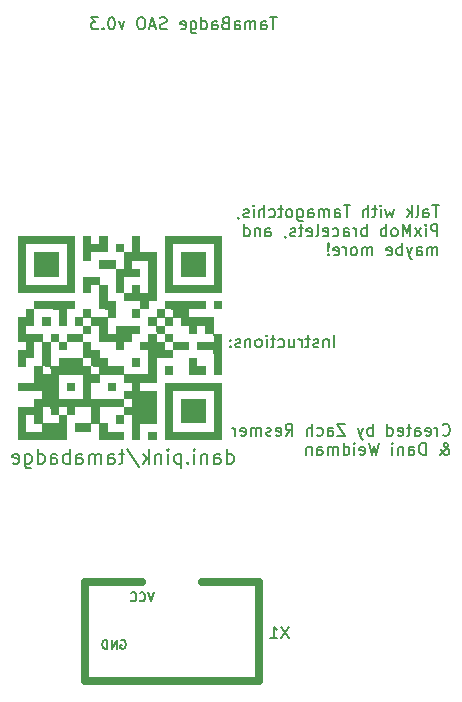
<source format=gbr>
%TF.GenerationSoftware,KiCad,Pcbnew,8.0.6*%
%TF.CreationDate,2025-01-13T20:16:21-05:00*%
%TF.ProjectId,TamaBadge,54616d61-4261-4646-9765-2e6b69636164,rev?*%
%TF.SameCoordinates,Original*%
%TF.FileFunction,Legend,Bot*%
%TF.FilePolarity,Positive*%
%FSLAX46Y46*%
G04 Gerber Fmt 4.6, Leading zero omitted, Abs format (unit mm)*
G04 Created by KiCad (PCBNEW 8.0.6) date 2025-01-13 20:16:21*
%MOMM*%
%LPD*%
G01*
G04 APERTURE LIST*
%ADD10C,0.200000*%
%ADD11C,0.150000*%
%ADD12C,0.000000*%
%ADD13C,0.700000*%
G04 APERTURE END LIST*
D10*
X119543422Y-143146742D02*
X119543422Y-141946742D01*
X119543422Y-143089600D02*
X119657707Y-143146742D01*
X119657707Y-143146742D02*
X119886279Y-143146742D01*
X119886279Y-143146742D02*
X120000564Y-143089600D01*
X120000564Y-143089600D02*
X120057707Y-143032457D01*
X120057707Y-143032457D02*
X120114850Y-142918171D01*
X120114850Y-142918171D02*
X120114850Y-142575314D01*
X120114850Y-142575314D02*
X120057707Y-142461028D01*
X120057707Y-142461028D02*
X120000564Y-142403885D01*
X120000564Y-142403885D02*
X119886279Y-142346742D01*
X119886279Y-142346742D02*
X119657707Y-142346742D01*
X119657707Y-142346742D02*
X119543422Y-142403885D01*
X118457708Y-143146742D02*
X118457708Y-142518171D01*
X118457708Y-142518171D02*
X118514850Y-142403885D01*
X118514850Y-142403885D02*
X118629136Y-142346742D01*
X118629136Y-142346742D02*
X118857708Y-142346742D01*
X118857708Y-142346742D02*
X118971993Y-142403885D01*
X118457708Y-143089600D02*
X118571993Y-143146742D01*
X118571993Y-143146742D02*
X118857708Y-143146742D01*
X118857708Y-143146742D02*
X118971993Y-143089600D01*
X118971993Y-143089600D02*
X119029136Y-142975314D01*
X119029136Y-142975314D02*
X119029136Y-142861028D01*
X119029136Y-142861028D02*
X118971993Y-142746742D01*
X118971993Y-142746742D02*
X118857708Y-142689600D01*
X118857708Y-142689600D02*
X118571993Y-142689600D01*
X118571993Y-142689600D02*
X118457708Y-142632457D01*
X117886279Y-142346742D02*
X117886279Y-143146742D01*
X117886279Y-142461028D02*
X117829136Y-142403885D01*
X117829136Y-142403885D02*
X117714851Y-142346742D01*
X117714851Y-142346742D02*
X117543422Y-142346742D01*
X117543422Y-142346742D02*
X117429136Y-142403885D01*
X117429136Y-142403885D02*
X117371994Y-142518171D01*
X117371994Y-142518171D02*
X117371994Y-143146742D01*
X116800565Y-143146742D02*
X116800565Y-142346742D01*
X116800565Y-141946742D02*
X116857708Y-142003885D01*
X116857708Y-142003885D02*
X116800565Y-142061028D01*
X116800565Y-142061028D02*
X116743422Y-142003885D01*
X116743422Y-142003885D02*
X116800565Y-141946742D01*
X116800565Y-141946742D02*
X116800565Y-142061028D01*
X116229136Y-143032457D02*
X116171993Y-143089600D01*
X116171993Y-143089600D02*
X116229136Y-143146742D01*
X116229136Y-143146742D02*
X116286279Y-143089600D01*
X116286279Y-143089600D02*
X116229136Y-143032457D01*
X116229136Y-143032457D02*
X116229136Y-143146742D01*
X115657707Y-142346742D02*
X115657707Y-143546742D01*
X115657707Y-142403885D02*
X115543422Y-142346742D01*
X115543422Y-142346742D02*
X115314850Y-142346742D01*
X115314850Y-142346742D02*
X115200564Y-142403885D01*
X115200564Y-142403885D02*
X115143422Y-142461028D01*
X115143422Y-142461028D02*
X115086279Y-142575314D01*
X115086279Y-142575314D02*
X115086279Y-142918171D01*
X115086279Y-142918171D02*
X115143422Y-143032457D01*
X115143422Y-143032457D02*
X115200564Y-143089600D01*
X115200564Y-143089600D02*
X115314850Y-143146742D01*
X115314850Y-143146742D02*
X115543422Y-143146742D01*
X115543422Y-143146742D02*
X115657707Y-143089600D01*
X114571993Y-143146742D02*
X114571993Y-142346742D01*
X114571993Y-141946742D02*
X114629136Y-142003885D01*
X114629136Y-142003885D02*
X114571993Y-142061028D01*
X114571993Y-142061028D02*
X114514850Y-142003885D01*
X114514850Y-142003885D02*
X114571993Y-141946742D01*
X114571993Y-141946742D02*
X114571993Y-142061028D01*
X114000564Y-142346742D02*
X114000564Y-143146742D01*
X114000564Y-142461028D02*
X113943421Y-142403885D01*
X113943421Y-142403885D02*
X113829136Y-142346742D01*
X113829136Y-142346742D02*
X113657707Y-142346742D01*
X113657707Y-142346742D02*
X113543421Y-142403885D01*
X113543421Y-142403885D02*
X113486279Y-142518171D01*
X113486279Y-142518171D02*
X113486279Y-143146742D01*
X112914850Y-143146742D02*
X112914850Y-141946742D01*
X112800565Y-142689600D02*
X112457707Y-143146742D01*
X112457707Y-142346742D02*
X112914850Y-142803885D01*
X111086278Y-141889600D02*
X112114850Y-143432457D01*
X110857707Y-142346742D02*
X110400564Y-142346742D01*
X110686278Y-141946742D02*
X110686278Y-142975314D01*
X110686278Y-142975314D02*
X110629135Y-143089600D01*
X110629135Y-143089600D02*
X110514850Y-143146742D01*
X110514850Y-143146742D02*
X110400564Y-143146742D01*
X109486279Y-143146742D02*
X109486279Y-142518171D01*
X109486279Y-142518171D02*
X109543421Y-142403885D01*
X109543421Y-142403885D02*
X109657707Y-142346742D01*
X109657707Y-142346742D02*
X109886279Y-142346742D01*
X109886279Y-142346742D02*
X110000564Y-142403885D01*
X109486279Y-143089600D02*
X109600564Y-143146742D01*
X109600564Y-143146742D02*
X109886279Y-143146742D01*
X109886279Y-143146742D02*
X110000564Y-143089600D01*
X110000564Y-143089600D02*
X110057707Y-142975314D01*
X110057707Y-142975314D02*
X110057707Y-142861028D01*
X110057707Y-142861028D02*
X110000564Y-142746742D01*
X110000564Y-142746742D02*
X109886279Y-142689600D01*
X109886279Y-142689600D02*
X109600564Y-142689600D01*
X109600564Y-142689600D02*
X109486279Y-142632457D01*
X108914850Y-143146742D02*
X108914850Y-142346742D01*
X108914850Y-142461028D02*
X108857707Y-142403885D01*
X108857707Y-142403885D02*
X108743422Y-142346742D01*
X108743422Y-142346742D02*
X108571993Y-142346742D01*
X108571993Y-142346742D02*
X108457707Y-142403885D01*
X108457707Y-142403885D02*
X108400565Y-142518171D01*
X108400565Y-142518171D02*
X108400565Y-143146742D01*
X108400565Y-142518171D02*
X108343422Y-142403885D01*
X108343422Y-142403885D02*
X108229136Y-142346742D01*
X108229136Y-142346742D02*
X108057707Y-142346742D01*
X108057707Y-142346742D02*
X107943422Y-142403885D01*
X107943422Y-142403885D02*
X107886279Y-142518171D01*
X107886279Y-142518171D02*
X107886279Y-143146742D01*
X106800565Y-143146742D02*
X106800565Y-142518171D01*
X106800565Y-142518171D02*
X106857707Y-142403885D01*
X106857707Y-142403885D02*
X106971993Y-142346742D01*
X106971993Y-142346742D02*
X107200565Y-142346742D01*
X107200565Y-142346742D02*
X107314850Y-142403885D01*
X106800565Y-143089600D02*
X106914850Y-143146742D01*
X106914850Y-143146742D02*
X107200565Y-143146742D01*
X107200565Y-143146742D02*
X107314850Y-143089600D01*
X107314850Y-143089600D02*
X107371993Y-142975314D01*
X107371993Y-142975314D02*
X107371993Y-142861028D01*
X107371993Y-142861028D02*
X107314850Y-142746742D01*
X107314850Y-142746742D02*
X107200565Y-142689600D01*
X107200565Y-142689600D02*
X106914850Y-142689600D01*
X106914850Y-142689600D02*
X106800565Y-142632457D01*
X106229136Y-143146742D02*
X106229136Y-141946742D01*
X106229136Y-142403885D02*
X106114851Y-142346742D01*
X106114851Y-142346742D02*
X105886279Y-142346742D01*
X105886279Y-142346742D02*
X105771993Y-142403885D01*
X105771993Y-142403885D02*
X105714851Y-142461028D01*
X105714851Y-142461028D02*
X105657708Y-142575314D01*
X105657708Y-142575314D02*
X105657708Y-142918171D01*
X105657708Y-142918171D02*
X105714851Y-143032457D01*
X105714851Y-143032457D02*
X105771993Y-143089600D01*
X105771993Y-143089600D02*
X105886279Y-143146742D01*
X105886279Y-143146742D02*
X106114851Y-143146742D01*
X106114851Y-143146742D02*
X106229136Y-143089600D01*
X104629137Y-143146742D02*
X104629137Y-142518171D01*
X104629137Y-142518171D02*
X104686279Y-142403885D01*
X104686279Y-142403885D02*
X104800565Y-142346742D01*
X104800565Y-142346742D02*
X105029137Y-142346742D01*
X105029137Y-142346742D02*
X105143422Y-142403885D01*
X104629137Y-143089600D02*
X104743422Y-143146742D01*
X104743422Y-143146742D02*
X105029137Y-143146742D01*
X105029137Y-143146742D02*
X105143422Y-143089600D01*
X105143422Y-143089600D02*
X105200565Y-142975314D01*
X105200565Y-142975314D02*
X105200565Y-142861028D01*
X105200565Y-142861028D02*
X105143422Y-142746742D01*
X105143422Y-142746742D02*
X105029137Y-142689600D01*
X105029137Y-142689600D02*
X104743422Y-142689600D01*
X104743422Y-142689600D02*
X104629137Y-142632457D01*
X103543423Y-143146742D02*
X103543423Y-141946742D01*
X103543423Y-143089600D02*
X103657708Y-143146742D01*
X103657708Y-143146742D02*
X103886280Y-143146742D01*
X103886280Y-143146742D02*
X104000565Y-143089600D01*
X104000565Y-143089600D02*
X104057708Y-143032457D01*
X104057708Y-143032457D02*
X104114851Y-142918171D01*
X104114851Y-142918171D02*
X104114851Y-142575314D01*
X104114851Y-142575314D02*
X104057708Y-142461028D01*
X104057708Y-142461028D02*
X104000565Y-142403885D01*
X104000565Y-142403885D02*
X103886280Y-142346742D01*
X103886280Y-142346742D02*
X103657708Y-142346742D01*
X103657708Y-142346742D02*
X103543423Y-142403885D01*
X102457709Y-142346742D02*
X102457709Y-143318171D01*
X102457709Y-143318171D02*
X102514851Y-143432457D01*
X102514851Y-143432457D02*
X102571994Y-143489600D01*
X102571994Y-143489600D02*
X102686280Y-143546742D01*
X102686280Y-143546742D02*
X102857709Y-143546742D01*
X102857709Y-143546742D02*
X102971994Y-143489600D01*
X102457709Y-143089600D02*
X102571994Y-143146742D01*
X102571994Y-143146742D02*
X102800566Y-143146742D01*
X102800566Y-143146742D02*
X102914851Y-143089600D01*
X102914851Y-143089600D02*
X102971994Y-143032457D01*
X102971994Y-143032457D02*
X103029137Y-142918171D01*
X103029137Y-142918171D02*
X103029137Y-142575314D01*
X103029137Y-142575314D02*
X102971994Y-142461028D01*
X102971994Y-142461028D02*
X102914851Y-142403885D01*
X102914851Y-142403885D02*
X102800566Y-142346742D01*
X102800566Y-142346742D02*
X102571994Y-142346742D01*
X102571994Y-142346742D02*
X102457709Y-142403885D01*
X101429137Y-143089600D02*
X101543423Y-143146742D01*
X101543423Y-143146742D02*
X101771995Y-143146742D01*
X101771995Y-143146742D02*
X101886280Y-143089600D01*
X101886280Y-143089600D02*
X101943423Y-142975314D01*
X101943423Y-142975314D02*
X101943423Y-142518171D01*
X101943423Y-142518171D02*
X101886280Y-142403885D01*
X101886280Y-142403885D02*
X101771995Y-142346742D01*
X101771995Y-142346742D02*
X101543423Y-142346742D01*
X101543423Y-142346742D02*
X101429137Y-142403885D01*
X101429137Y-142403885D02*
X101371995Y-142518171D01*
X101371995Y-142518171D02*
X101371995Y-142632457D01*
X101371995Y-142632457D02*
X101943423Y-142746742D01*
X137808898Y-140691980D02*
X137856517Y-140739600D01*
X137856517Y-140739600D02*
X137999374Y-140787219D01*
X137999374Y-140787219D02*
X138094612Y-140787219D01*
X138094612Y-140787219D02*
X138237469Y-140739600D01*
X138237469Y-140739600D02*
X138332707Y-140644361D01*
X138332707Y-140644361D02*
X138380326Y-140549123D01*
X138380326Y-140549123D02*
X138427945Y-140358647D01*
X138427945Y-140358647D02*
X138427945Y-140215790D01*
X138427945Y-140215790D02*
X138380326Y-140025314D01*
X138380326Y-140025314D02*
X138332707Y-139930076D01*
X138332707Y-139930076D02*
X138237469Y-139834838D01*
X138237469Y-139834838D02*
X138094612Y-139787219D01*
X138094612Y-139787219D02*
X137999374Y-139787219D01*
X137999374Y-139787219D02*
X137856517Y-139834838D01*
X137856517Y-139834838D02*
X137808898Y-139882457D01*
X137380326Y-140787219D02*
X137380326Y-140120552D01*
X137380326Y-140311028D02*
X137332707Y-140215790D01*
X137332707Y-140215790D02*
X137285088Y-140168171D01*
X137285088Y-140168171D02*
X137189850Y-140120552D01*
X137189850Y-140120552D02*
X137094612Y-140120552D01*
X136380326Y-140739600D02*
X136475564Y-140787219D01*
X136475564Y-140787219D02*
X136666040Y-140787219D01*
X136666040Y-140787219D02*
X136761278Y-140739600D01*
X136761278Y-140739600D02*
X136808897Y-140644361D01*
X136808897Y-140644361D02*
X136808897Y-140263409D01*
X136808897Y-140263409D02*
X136761278Y-140168171D01*
X136761278Y-140168171D02*
X136666040Y-140120552D01*
X136666040Y-140120552D02*
X136475564Y-140120552D01*
X136475564Y-140120552D02*
X136380326Y-140168171D01*
X136380326Y-140168171D02*
X136332707Y-140263409D01*
X136332707Y-140263409D02*
X136332707Y-140358647D01*
X136332707Y-140358647D02*
X136808897Y-140453885D01*
X135475564Y-140787219D02*
X135475564Y-140263409D01*
X135475564Y-140263409D02*
X135523183Y-140168171D01*
X135523183Y-140168171D02*
X135618421Y-140120552D01*
X135618421Y-140120552D02*
X135808897Y-140120552D01*
X135808897Y-140120552D02*
X135904135Y-140168171D01*
X135475564Y-140739600D02*
X135570802Y-140787219D01*
X135570802Y-140787219D02*
X135808897Y-140787219D01*
X135808897Y-140787219D02*
X135904135Y-140739600D01*
X135904135Y-140739600D02*
X135951754Y-140644361D01*
X135951754Y-140644361D02*
X135951754Y-140549123D01*
X135951754Y-140549123D02*
X135904135Y-140453885D01*
X135904135Y-140453885D02*
X135808897Y-140406266D01*
X135808897Y-140406266D02*
X135570802Y-140406266D01*
X135570802Y-140406266D02*
X135475564Y-140358647D01*
X135142230Y-140120552D02*
X134761278Y-140120552D01*
X134999373Y-139787219D02*
X134999373Y-140644361D01*
X134999373Y-140644361D02*
X134951754Y-140739600D01*
X134951754Y-140739600D02*
X134856516Y-140787219D01*
X134856516Y-140787219D02*
X134761278Y-140787219D01*
X134046992Y-140739600D02*
X134142230Y-140787219D01*
X134142230Y-140787219D02*
X134332706Y-140787219D01*
X134332706Y-140787219D02*
X134427944Y-140739600D01*
X134427944Y-140739600D02*
X134475563Y-140644361D01*
X134475563Y-140644361D02*
X134475563Y-140263409D01*
X134475563Y-140263409D02*
X134427944Y-140168171D01*
X134427944Y-140168171D02*
X134332706Y-140120552D01*
X134332706Y-140120552D02*
X134142230Y-140120552D01*
X134142230Y-140120552D02*
X134046992Y-140168171D01*
X134046992Y-140168171D02*
X133999373Y-140263409D01*
X133999373Y-140263409D02*
X133999373Y-140358647D01*
X133999373Y-140358647D02*
X134475563Y-140453885D01*
X133142230Y-140787219D02*
X133142230Y-139787219D01*
X133142230Y-140739600D02*
X133237468Y-140787219D01*
X133237468Y-140787219D02*
X133427944Y-140787219D01*
X133427944Y-140787219D02*
X133523182Y-140739600D01*
X133523182Y-140739600D02*
X133570801Y-140691980D01*
X133570801Y-140691980D02*
X133618420Y-140596742D01*
X133618420Y-140596742D02*
X133618420Y-140311028D01*
X133618420Y-140311028D02*
X133570801Y-140215790D01*
X133570801Y-140215790D02*
X133523182Y-140168171D01*
X133523182Y-140168171D02*
X133427944Y-140120552D01*
X133427944Y-140120552D02*
X133237468Y-140120552D01*
X133237468Y-140120552D02*
X133142230Y-140168171D01*
X131904134Y-140787219D02*
X131904134Y-139787219D01*
X131904134Y-140168171D02*
X131808896Y-140120552D01*
X131808896Y-140120552D02*
X131618420Y-140120552D01*
X131618420Y-140120552D02*
X131523182Y-140168171D01*
X131523182Y-140168171D02*
X131475563Y-140215790D01*
X131475563Y-140215790D02*
X131427944Y-140311028D01*
X131427944Y-140311028D02*
X131427944Y-140596742D01*
X131427944Y-140596742D02*
X131475563Y-140691980D01*
X131475563Y-140691980D02*
X131523182Y-140739600D01*
X131523182Y-140739600D02*
X131618420Y-140787219D01*
X131618420Y-140787219D02*
X131808896Y-140787219D01*
X131808896Y-140787219D02*
X131904134Y-140739600D01*
X131094610Y-140120552D02*
X130856515Y-140787219D01*
X130618420Y-140120552D02*
X130856515Y-140787219D01*
X130856515Y-140787219D02*
X130951753Y-141025314D01*
X130951753Y-141025314D02*
X130999372Y-141072933D01*
X130999372Y-141072933D02*
X131094610Y-141120552D01*
X129570800Y-139787219D02*
X128904134Y-139787219D01*
X128904134Y-139787219D02*
X129570800Y-140787219D01*
X129570800Y-140787219D02*
X128904134Y-140787219D01*
X128094610Y-140787219D02*
X128094610Y-140263409D01*
X128094610Y-140263409D02*
X128142229Y-140168171D01*
X128142229Y-140168171D02*
X128237467Y-140120552D01*
X128237467Y-140120552D02*
X128427943Y-140120552D01*
X128427943Y-140120552D02*
X128523181Y-140168171D01*
X128094610Y-140739600D02*
X128189848Y-140787219D01*
X128189848Y-140787219D02*
X128427943Y-140787219D01*
X128427943Y-140787219D02*
X128523181Y-140739600D01*
X128523181Y-140739600D02*
X128570800Y-140644361D01*
X128570800Y-140644361D02*
X128570800Y-140549123D01*
X128570800Y-140549123D02*
X128523181Y-140453885D01*
X128523181Y-140453885D02*
X128427943Y-140406266D01*
X128427943Y-140406266D02*
X128189848Y-140406266D01*
X128189848Y-140406266D02*
X128094610Y-140358647D01*
X127189848Y-140739600D02*
X127285086Y-140787219D01*
X127285086Y-140787219D02*
X127475562Y-140787219D01*
X127475562Y-140787219D02*
X127570800Y-140739600D01*
X127570800Y-140739600D02*
X127618419Y-140691980D01*
X127618419Y-140691980D02*
X127666038Y-140596742D01*
X127666038Y-140596742D02*
X127666038Y-140311028D01*
X127666038Y-140311028D02*
X127618419Y-140215790D01*
X127618419Y-140215790D02*
X127570800Y-140168171D01*
X127570800Y-140168171D02*
X127475562Y-140120552D01*
X127475562Y-140120552D02*
X127285086Y-140120552D01*
X127285086Y-140120552D02*
X127189848Y-140168171D01*
X126761276Y-140787219D02*
X126761276Y-139787219D01*
X126332705Y-140787219D02*
X126332705Y-140263409D01*
X126332705Y-140263409D02*
X126380324Y-140168171D01*
X126380324Y-140168171D02*
X126475562Y-140120552D01*
X126475562Y-140120552D02*
X126618419Y-140120552D01*
X126618419Y-140120552D02*
X126713657Y-140168171D01*
X126713657Y-140168171D02*
X126761276Y-140215790D01*
X124523181Y-140787219D02*
X124856514Y-140311028D01*
X125094609Y-140787219D02*
X125094609Y-139787219D01*
X125094609Y-139787219D02*
X124713657Y-139787219D01*
X124713657Y-139787219D02*
X124618419Y-139834838D01*
X124618419Y-139834838D02*
X124570800Y-139882457D01*
X124570800Y-139882457D02*
X124523181Y-139977695D01*
X124523181Y-139977695D02*
X124523181Y-140120552D01*
X124523181Y-140120552D02*
X124570800Y-140215790D01*
X124570800Y-140215790D02*
X124618419Y-140263409D01*
X124618419Y-140263409D02*
X124713657Y-140311028D01*
X124713657Y-140311028D02*
X125094609Y-140311028D01*
X123713657Y-140739600D02*
X123808895Y-140787219D01*
X123808895Y-140787219D02*
X123999371Y-140787219D01*
X123999371Y-140787219D02*
X124094609Y-140739600D01*
X124094609Y-140739600D02*
X124142228Y-140644361D01*
X124142228Y-140644361D02*
X124142228Y-140263409D01*
X124142228Y-140263409D02*
X124094609Y-140168171D01*
X124094609Y-140168171D02*
X123999371Y-140120552D01*
X123999371Y-140120552D02*
X123808895Y-140120552D01*
X123808895Y-140120552D02*
X123713657Y-140168171D01*
X123713657Y-140168171D02*
X123666038Y-140263409D01*
X123666038Y-140263409D02*
X123666038Y-140358647D01*
X123666038Y-140358647D02*
X124142228Y-140453885D01*
X123285085Y-140739600D02*
X123189847Y-140787219D01*
X123189847Y-140787219D02*
X122999371Y-140787219D01*
X122999371Y-140787219D02*
X122904133Y-140739600D01*
X122904133Y-140739600D02*
X122856514Y-140644361D01*
X122856514Y-140644361D02*
X122856514Y-140596742D01*
X122856514Y-140596742D02*
X122904133Y-140501504D01*
X122904133Y-140501504D02*
X122999371Y-140453885D01*
X122999371Y-140453885D02*
X123142228Y-140453885D01*
X123142228Y-140453885D02*
X123237466Y-140406266D01*
X123237466Y-140406266D02*
X123285085Y-140311028D01*
X123285085Y-140311028D02*
X123285085Y-140263409D01*
X123285085Y-140263409D02*
X123237466Y-140168171D01*
X123237466Y-140168171D02*
X123142228Y-140120552D01*
X123142228Y-140120552D02*
X122999371Y-140120552D01*
X122999371Y-140120552D02*
X122904133Y-140168171D01*
X122427942Y-140787219D02*
X122427942Y-140120552D01*
X122427942Y-140215790D02*
X122380323Y-140168171D01*
X122380323Y-140168171D02*
X122285085Y-140120552D01*
X122285085Y-140120552D02*
X122142228Y-140120552D01*
X122142228Y-140120552D02*
X122046990Y-140168171D01*
X122046990Y-140168171D02*
X121999371Y-140263409D01*
X121999371Y-140263409D02*
X121999371Y-140787219D01*
X121999371Y-140263409D02*
X121951752Y-140168171D01*
X121951752Y-140168171D02*
X121856514Y-140120552D01*
X121856514Y-140120552D02*
X121713657Y-140120552D01*
X121713657Y-140120552D02*
X121618418Y-140168171D01*
X121618418Y-140168171D02*
X121570799Y-140263409D01*
X121570799Y-140263409D02*
X121570799Y-140787219D01*
X120713657Y-140739600D02*
X120808895Y-140787219D01*
X120808895Y-140787219D02*
X120999371Y-140787219D01*
X120999371Y-140787219D02*
X121094609Y-140739600D01*
X121094609Y-140739600D02*
X121142228Y-140644361D01*
X121142228Y-140644361D02*
X121142228Y-140263409D01*
X121142228Y-140263409D02*
X121094609Y-140168171D01*
X121094609Y-140168171D02*
X120999371Y-140120552D01*
X120999371Y-140120552D02*
X120808895Y-140120552D01*
X120808895Y-140120552D02*
X120713657Y-140168171D01*
X120713657Y-140168171D02*
X120666038Y-140263409D01*
X120666038Y-140263409D02*
X120666038Y-140358647D01*
X120666038Y-140358647D02*
X121142228Y-140453885D01*
X120237466Y-140787219D02*
X120237466Y-140120552D01*
X120237466Y-140311028D02*
X120189847Y-140215790D01*
X120189847Y-140215790D02*
X120142228Y-140168171D01*
X120142228Y-140168171D02*
X120046990Y-140120552D01*
X120046990Y-140120552D02*
X119951752Y-140120552D01*
X137570802Y-142397163D02*
X137618422Y-142397163D01*
X137618422Y-142397163D02*
X137713660Y-142349544D01*
X137713660Y-142349544D02*
X137856517Y-142206686D01*
X137856517Y-142206686D02*
X138094612Y-141920972D01*
X138094612Y-141920972D02*
X138189850Y-141778115D01*
X138189850Y-141778115D02*
X138237469Y-141635258D01*
X138237469Y-141635258D02*
X138237469Y-141540020D01*
X138237469Y-141540020D02*
X138189850Y-141444782D01*
X138189850Y-141444782D02*
X138094612Y-141397163D01*
X138094612Y-141397163D02*
X138046993Y-141397163D01*
X138046993Y-141397163D02*
X137951755Y-141444782D01*
X137951755Y-141444782D02*
X137904136Y-141540020D01*
X137904136Y-141540020D02*
X137904136Y-141587639D01*
X137904136Y-141587639D02*
X137951755Y-141682877D01*
X137951755Y-141682877D02*
X137999374Y-141730496D01*
X137999374Y-141730496D02*
X138285088Y-141920972D01*
X138285088Y-141920972D02*
X138332707Y-141968591D01*
X138332707Y-141968591D02*
X138380326Y-142063829D01*
X138380326Y-142063829D02*
X138380326Y-142206686D01*
X138380326Y-142206686D02*
X138332707Y-142301924D01*
X138332707Y-142301924D02*
X138285088Y-142349544D01*
X138285088Y-142349544D02*
X138189850Y-142397163D01*
X138189850Y-142397163D02*
X138046993Y-142397163D01*
X138046993Y-142397163D02*
X137951755Y-142349544D01*
X137951755Y-142349544D02*
X137904136Y-142301924D01*
X137904136Y-142301924D02*
X137761279Y-142111448D01*
X137761279Y-142111448D02*
X137713660Y-141968591D01*
X137713660Y-141968591D02*
X137713660Y-141873353D01*
X136380326Y-142397163D02*
X136380326Y-141397163D01*
X136380326Y-141397163D02*
X136142231Y-141397163D01*
X136142231Y-141397163D02*
X135999374Y-141444782D01*
X135999374Y-141444782D02*
X135904136Y-141540020D01*
X135904136Y-141540020D02*
X135856517Y-141635258D01*
X135856517Y-141635258D02*
X135808898Y-141825734D01*
X135808898Y-141825734D02*
X135808898Y-141968591D01*
X135808898Y-141968591D02*
X135856517Y-142159067D01*
X135856517Y-142159067D02*
X135904136Y-142254305D01*
X135904136Y-142254305D02*
X135999374Y-142349544D01*
X135999374Y-142349544D02*
X136142231Y-142397163D01*
X136142231Y-142397163D02*
X136380326Y-142397163D01*
X134951755Y-142397163D02*
X134951755Y-141873353D01*
X134951755Y-141873353D02*
X134999374Y-141778115D01*
X134999374Y-141778115D02*
X135094612Y-141730496D01*
X135094612Y-141730496D02*
X135285088Y-141730496D01*
X135285088Y-141730496D02*
X135380326Y-141778115D01*
X134951755Y-142349544D02*
X135046993Y-142397163D01*
X135046993Y-142397163D02*
X135285088Y-142397163D01*
X135285088Y-142397163D02*
X135380326Y-142349544D01*
X135380326Y-142349544D02*
X135427945Y-142254305D01*
X135427945Y-142254305D02*
X135427945Y-142159067D01*
X135427945Y-142159067D02*
X135380326Y-142063829D01*
X135380326Y-142063829D02*
X135285088Y-142016210D01*
X135285088Y-142016210D02*
X135046993Y-142016210D01*
X135046993Y-142016210D02*
X134951755Y-141968591D01*
X134475564Y-141730496D02*
X134475564Y-142397163D01*
X134475564Y-141825734D02*
X134427945Y-141778115D01*
X134427945Y-141778115D02*
X134332707Y-141730496D01*
X134332707Y-141730496D02*
X134189850Y-141730496D01*
X134189850Y-141730496D02*
X134094612Y-141778115D01*
X134094612Y-141778115D02*
X134046993Y-141873353D01*
X134046993Y-141873353D02*
X134046993Y-142397163D01*
X133570802Y-142397163D02*
X133570802Y-141730496D01*
X133570802Y-141397163D02*
X133618421Y-141444782D01*
X133618421Y-141444782D02*
X133570802Y-141492401D01*
X133570802Y-141492401D02*
X133523183Y-141444782D01*
X133523183Y-141444782D02*
X133570802Y-141397163D01*
X133570802Y-141397163D02*
X133570802Y-141492401D01*
X132427945Y-141397163D02*
X132189850Y-142397163D01*
X132189850Y-142397163D02*
X131999374Y-141682877D01*
X131999374Y-141682877D02*
X131808898Y-142397163D01*
X131808898Y-142397163D02*
X131570803Y-141397163D01*
X130808898Y-142349544D02*
X130904136Y-142397163D01*
X130904136Y-142397163D02*
X131094612Y-142397163D01*
X131094612Y-142397163D02*
X131189850Y-142349544D01*
X131189850Y-142349544D02*
X131237469Y-142254305D01*
X131237469Y-142254305D02*
X131237469Y-141873353D01*
X131237469Y-141873353D02*
X131189850Y-141778115D01*
X131189850Y-141778115D02*
X131094612Y-141730496D01*
X131094612Y-141730496D02*
X130904136Y-141730496D01*
X130904136Y-141730496D02*
X130808898Y-141778115D01*
X130808898Y-141778115D02*
X130761279Y-141873353D01*
X130761279Y-141873353D02*
X130761279Y-141968591D01*
X130761279Y-141968591D02*
X131237469Y-142063829D01*
X130332707Y-142397163D02*
X130332707Y-141730496D01*
X130332707Y-141397163D02*
X130380326Y-141444782D01*
X130380326Y-141444782D02*
X130332707Y-141492401D01*
X130332707Y-141492401D02*
X130285088Y-141444782D01*
X130285088Y-141444782D02*
X130332707Y-141397163D01*
X130332707Y-141397163D02*
X130332707Y-141492401D01*
X129427946Y-142397163D02*
X129427946Y-141397163D01*
X129427946Y-142349544D02*
X129523184Y-142397163D01*
X129523184Y-142397163D02*
X129713660Y-142397163D01*
X129713660Y-142397163D02*
X129808898Y-142349544D01*
X129808898Y-142349544D02*
X129856517Y-142301924D01*
X129856517Y-142301924D02*
X129904136Y-142206686D01*
X129904136Y-142206686D02*
X129904136Y-141920972D01*
X129904136Y-141920972D02*
X129856517Y-141825734D01*
X129856517Y-141825734D02*
X129808898Y-141778115D01*
X129808898Y-141778115D02*
X129713660Y-141730496D01*
X129713660Y-141730496D02*
X129523184Y-141730496D01*
X129523184Y-141730496D02*
X129427946Y-141778115D01*
X128951755Y-142397163D02*
X128951755Y-141730496D01*
X128951755Y-141825734D02*
X128904136Y-141778115D01*
X128904136Y-141778115D02*
X128808898Y-141730496D01*
X128808898Y-141730496D02*
X128666041Y-141730496D01*
X128666041Y-141730496D02*
X128570803Y-141778115D01*
X128570803Y-141778115D02*
X128523184Y-141873353D01*
X128523184Y-141873353D02*
X128523184Y-142397163D01*
X128523184Y-141873353D02*
X128475565Y-141778115D01*
X128475565Y-141778115D02*
X128380327Y-141730496D01*
X128380327Y-141730496D02*
X128237470Y-141730496D01*
X128237470Y-141730496D02*
X128142231Y-141778115D01*
X128142231Y-141778115D02*
X128094612Y-141873353D01*
X128094612Y-141873353D02*
X128094612Y-142397163D01*
X127189851Y-142397163D02*
X127189851Y-141873353D01*
X127189851Y-141873353D02*
X127237470Y-141778115D01*
X127237470Y-141778115D02*
X127332708Y-141730496D01*
X127332708Y-141730496D02*
X127523184Y-141730496D01*
X127523184Y-141730496D02*
X127618422Y-141778115D01*
X127189851Y-142349544D02*
X127285089Y-142397163D01*
X127285089Y-142397163D02*
X127523184Y-142397163D01*
X127523184Y-142397163D02*
X127618422Y-142349544D01*
X127618422Y-142349544D02*
X127666041Y-142254305D01*
X127666041Y-142254305D02*
X127666041Y-142159067D01*
X127666041Y-142159067D02*
X127618422Y-142063829D01*
X127618422Y-142063829D02*
X127523184Y-142016210D01*
X127523184Y-142016210D02*
X127285089Y-142016210D01*
X127285089Y-142016210D02*
X127189851Y-141968591D01*
X126713660Y-141730496D02*
X126713660Y-142397163D01*
X126713660Y-141825734D02*
X126666041Y-141778115D01*
X126666041Y-141778115D02*
X126570803Y-141730496D01*
X126570803Y-141730496D02*
X126427946Y-141730496D01*
X126427946Y-141730496D02*
X126332708Y-141778115D01*
X126332708Y-141778115D02*
X126285089Y-141873353D01*
X126285089Y-141873353D02*
X126285089Y-142397163D01*
X137523183Y-121287219D02*
X136951755Y-121287219D01*
X137237469Y-122287219D02*
X137237469Y-121287219D01*
X136189850Y-122287219D02*
X136189850Y-121763409D01*
X136189850Y-121763409D02*
X136237469Y-121668171D01*
X136237469Y-121668171D02*
X136332707Y-121620552D01*
X136332707Y-121620552D02*
X136523183Y-121620552D01*
X136523183Y-121620552D02*
X136618421Y-121668171D01*
X136189850Y-122239600D02*
X136285088Y-122287219D01*
X136285088Y-122287219D02*
X136523183Y-122287219D01*
X136523183Y-122287219D02*
X136618421Y-122239600D01*
X136618421Y-122239600D02*
X136666040Y-122144361D01*
X136666040Y-122144361D02*
X136666040Y-122049123D01*
X136666040Y-122049123D02*
X136618421Y-121953885D01*
X136618421Y-121953885D02*
X136523183Y-121906266D01*
X136523183Y-121906266D02*
X136285088Y-121906266D01*
X136285088Y-121906266D02*
X136189850Y-121858647D01*
X135570802Y-122287219D02*
X135666040Y-122239600D01*
X135666040Y-122239600D02*
X135713659Y-122144361D01*
X135713659Y-122144361D02*
X135713659Y-121287219D01*
X135189849Y-122287219D02*
X135189849Y-121287219D01*
X135094611Y-121906266D02*
X134808897Y-122287219D01*
X134808897Y-121620552D02*
X135189849Y-122001504D01*
X133713658Y-121620552D02*
X133523182Y-122287219D01*
X133523182Y-122287219D02*
X133332706Y-121811028D01*
X133332706Y-121811028D02*
X133142230Y-122287219D01*
X133142230Y-122287219D02*
X132951754Y-121620552D01*
X132570801Y-122287219D02*
X132570801Y-121620552D01*
X132570801Y-121287219D02*
X132618420Y-121334838D01*
X132618420Y-121334838D02*
X132570801Y-121382457D01*
X132570801Y-121382457D02*
X132523182Y-121334838D01*
X132523182Y-121334838D02*
X132570801Y-121287219D01*
X132570801Y-121287219D02*
X132570801Y-121382457D01*
X132237468Y-121620552D02*
X131856516Y-121620552D01*
X132094611Y-121287219D02*
X132094611Y-122144361D01*
X132094611Y-122144361D02*
X132046992Y-122239600D01*
X132046992Y-122239600D02*
X131951754Y-122287219D01*
X131951754Y-122287219D02*
X131856516Y-122287219D01*
X131523182Y-122287219D02*
X131523182Y-121287219D01*
X131094611Y-122287219D02*
X131094611Y-121763409D01*
X131094611Y-121763409D02*
X131142230Y-121668171D01*
X131142230Y-121668171D02*
X131237468Y-121620552D01*
X131237468Y-121620552D02*
X131380325Y-121620552D01*
X131380325Y-121620552D02*
X131475563Y-121668171D01*
X131475563Y-121668171D02*
X131523182Y-121715790D01*
X129999372Y-121287219D02*
X129427944Y-121287219D01*
X129713658Y-122287219D02*
X129713658Y-121287219D01*
X128666039Y-122287219D02*
X128666039Y-121763409D01*
X128666039Y-121763409D02*
X128713658Y-121668171D01*
X128713658Y-121668171D02*
X128808896Y-121620552D01*
X128808896Y-121620552D02*
X128999372Y-121620552D01*
X128999372Y-121620552D02*
X129094610Y-121668171D01*
X128666039Y-122239600D02*
X128761277Y-122287219D01*
X128761277Y-122287219D02*
X128999372Y-122287219D01*
X128999372Y-122287219D02*
X129094610Y-122239600D01*
X129094610Y-122239600D02*
X129142229Y-122144361D01*
X129142229Y-122144361D02*
X129142229Y-122049123D01*
X129142229Y-122049123D02*
X129094610Y-121953885D01*
X129094610Y-121953885D02*
X128999372Y-121906266D01*
X128999372Y-121906266D02*
X128761277Y-121906266D01*
X128761277Y-121906266D02*
X128666039Y-121858647D01*
X128189848Y-122287219D02*
X128189848Y-121620552D01*
X128189848Y-121715790D02*
X128142229Y-121668171D01*
X128142229Y-121668171D02*
X128046991Y-121620552D01*
X128046991Y-121620552D02*
X127904134Y-121620552D01*
X127904134Y-121620552D02*
X127808896Y-121668171D01*
X127808896Y-121668171D02*
X127761277Y-121763409D01*
X127761277Y-121763409D02*
X127761277Y-122287219D01*
X127761277Y-121763409D02*
X127713658Y-121668171D01*
X127713658Y-121668171D02*
X127618420Y-121620552D01*
X127618420Y-121620552D02*
X127475563Y-121620552D01*
X127475563Y-121620552D02*
X127380324Y-121668171D01*
X127380324Y-121668171D02*
X127332705Y-121763409D01*
X127332705Y-121763409D02*
X127332705Y-122287219D01*
X126427944Y-122287219D02*
X126427944Y-121763409D01*
X126427944Y-121763409D02*
X126475563Y-121668171D01*
X126475563Y-121668171D02*
X126570801Y-121620552D01*
X126570801Y-121620552D02*
X126761277Y-121620552D01*
X126761277Y-121620552D02*
X126856515Y-121668171D01*
X126427944Y-122239600D02*
X126523182Y-122287219D01*
X126523182Y-122287219D02*
X126761277Y-122287219D01*
X126761277Y-122287219D02*
X126856515Y-122239600D01*
X126856515Y-122239600D02*
X126904134Y-122144361D01*
X126904134Y-122144361D02*
X126904134Y-122049123D01*
X126904134Y-122049123D02*
X126856515Y-121953885D01*
X126856515Y-121953885D02*
X126761277Y-121906266D01*
X126761277Y-121906266D02*
X126523182Y-121906266D01*
X126523182Y-121906266D02*
X126427944Y-121858647D01*
X125523182Y-121620552D02*
X125523182Y-122430076D01*
X125523182Y-122430076D02*
X125570801Y-122525314D01*
X125570801Y-122525314D02*
X125618420Y-122572933D01*
X125618420Y-122572933D02*
X125713658Y-122620552D01*
X125713658Y-122620552D02*
X125856515Y-122620552D01*
X125856515Y-122620552D02*
X125951753Y-122572933D01*
X125523182Y-122239600D02*
X125618420Y-122287219D01*
X125618420Y-122287219D02*
X125808896Y-122287219D01*
X125808896Y-122287219D02*
X125904134Y-122239600D01*
X125904134Y-122239600D02*
X125951753Y-122191980D01*
X125951753Y-122191980D02*
X125999372Y-122096742D01*
X125999372Y-122096742D02*
X125999372Y-121811028D01*
X125999372Y-121811028D02*
X125951753Y-121715790D01*
X125951753Y-121715790D02*
X125904134Y-121668171D01*
X125904134Y-121668171D02*
X125808896Y-121620552D01*
X125808896Y-121620552D02*
X125618420Y-121620552D01*
X125618420Y-121620552D02*
X125523182Y-121668171D01*
X124904134Y-122287219D02*
X124999372Y-122239600D01*
X124999372Y-122239600D02*
X125046991Y-122191980D01*
X125046991Y-122191980D02*
X125094610Y-122096742D01*
X125094610Y-122096742D02*
X125094610Y-121811028D01*
X125094610Y-121811028D02*
X125046991Y-121715790D01*
X125046991Y-121715790D02*
X124999372Y-121668171D01*
X124999372Y-121668171D02*
X124904134Y-121620552D01*
X124904134Y-121620552D02*
X124761277Y-121620552D01*
X124761277Y-121620552D02*
X124666039Y-121668171D01*
X124666039Y-121668171D02*
X124618420Y-121715790D01*
X124618420Y-121715790D02*
X124570801Y-121811028D01*
X124570801Y-121811028D02*
X124570801Y-122096742D01*
X124570801Y-122096742D02*
X124618420Y-122191980D01*
X124618420Y-122191980D02*
X124666039Y-122239600D01*
X124666039Y-122239600D02*
X124761277Y-122287219D01*
X124761277Y-122287219D02*
X124904134Y-122287219D01*
X124285086Y-121620552D02*
X123904134Y-121620552D01*
X124142229Y-121287219D02*
X124142229Y-122144361D01*
X124142229Y-122144361D02*
X124094610Y-122239600D01*
X124094610Y-122239600D02*
X123999372Y-122287219D01*
X123999372Y-122287219D02*
X123904134Y-122287219D01*
X123142229Y-122239600D02*
X123237467Y-122287219D01*
X123237467Y-122287219D02*
X123427943Y-122287219D01*
X123427943Y-122287219D02*
X123523181Y-122239600D01*
X123523181Y-122239600D02*
X123570800Y-122191980D01*
X123570800Y-122191980D02*
X123618419Y-122096742D01*
X123618419Y-122096742D02*
X123618419Y-121811028D01*
X123618419Y-121811028D02*
X123570800Y-121715790D01*
X123570800Y-121715790D02*
X123523181Y-121668171D01*
X123523181Y-121668171D02*
X123427943Y-121620552D01*
X123427943Y-121620552D02*
X123237467Y-121620552D01*
X123237467Y-121620552D02*
X123142229Y-121668171D01*
X122713657Y-122287219D02*
X122713657Y-121287219D01*
X122285086Y-122287219D02*
X122285086Y-121763409D01*
X122285086Y-121763409D02*
X122332705Y-121668171D01*
X122332705Y-121668171D02*
X122427943Y-121620552D01*
X122427943Y-121620552D02*
X122570800Y-121620552D01*
X122570800Y-121620552D02*
X122666038Y-121668171D01*
X122666038Y-121668171D02*
X122713657Y-121715790D01*
X121808895Y-122287219D02*
X121808895Y-121620552D01*
X121808895Y-121287219D02*
X121856514Y-121334838D01*
X121856514Y-121334838D02*
X121808895Y-121382457D01*
X121808895Y-121382457D02*
X121761276Y-121334838D01*
X121761276Y-121334838D02*
X121808895Y-121287219D01*
X121808895Y-121287219D02*
X121808895Y-121382457D01*
X121380324Y-122239600D02*
X121285086Y-122287219D01*
X121285086Y-122287219D02*
X121094610Y-122287219D01*
X121094610Y-122287219D02*
X120999372Y-122239600D01*
X120999372Y-122239600D02*
X120951753Y-122144361D01*
X120951753Y-122144361D02*
X120951753Y-122096742D01*
X120951753Y-122096742D02*
X120999372Y-122001504D01*
X120999372Y-122001504D02*
X121094610Y-121953885D01*
X121094610Y-121953885D02*
X121237467Y-121953885D01*
X121237467Y-121953885D02*
X121332705Y-121906266D01*
X121332705Y-121906266D02*
X121380324Y-121811028D01*
X121380324Y-121811028D02*
X121380324Y-121763409D01*
X121380324Y-121763409D02*
X121332705Y-121668171D01*
X121332705Y-121668171D02*
X121237467Y-121620552D01*
X121237467Y-121620552D02*
X121094610Y-121620552D01*
X121094610Y-121620552D02*
X120999372Y-121668171D01*
X120475562Y-122239600D02*
X120475562Y-122287219D01*
X120475562Y-122287219D02*
X120523181Y-122382457D01*
X120523181Y-122382457D02*
X120570800Y-122430076D01*
X137380326Y-123897163D02*
X137380326Y-122897163D01*
X137380326Y-122897163D02*
X136999374Y-122897163D01*
X136999374Y-122897163D02*
X136904136Y-122944782D01*
X136904136Y-122944782D02*
X136856517Y-122992401D01*
X136856517Y-122992401D02*
X136808898Y-123087639D01*
X136808898Y-123087639D02*
X136808898Y-123230496D01*
X136808898Y-123230496D02*
X136856517Y-123325734D01*
X136856517Y-123325734D02*
X136904136Y-123373353D01*
X136904136Y-123373353D02*
X136999374Y-123420972D01*
X136999374Y-123420972D02*
X137380326Y-123420972D01*
X136380326Y-123897163D02*
X136380326Y-123230496D01*
X136380326Y-122897163D02*
X136427945Y-122944782D01*
X136427945Y-122944782D02*
X136380326Y-122992401D01*
X136380326Y-122992401D02*
X136332707Y-122944782D01*
X136332707Y-122944782D02*
X136380326Y-122897163D01*
X136380326Y-122897163D02*
X136380326Y-122992401D01*
X135999374Y-123897163D02*
X135475565Y-123230496D01*
X135999374Y-123230496D02*
X135475565Y-123897163D01*
X135094612Y-123897163D02*
X135094612Y-122897163D01*
X135094612Y-122897163D02*
X134761279Y-123611448D01*
X134761279Y-123611448D02*
X134427946Y-122897163D01*
X134427946Y-122897163D02*
X134427946Y-123897163D01*
X133808898Y-123897163D02*
X133904136Y-123849544D01*
X133904136Y-123849544D02*
X133951755Y-123801924D01*
X133951755Y-123801924D02*
X133999374Y-123706686D01*
X133999374Y-123706686D02*
X133999374Y-123420972D01*
X133999374Y-123420972D02*
X133951755Y-123325734D01*
X133951755Y-123325734D02*
X133904136Y-123278115D01*
X133904136Y-123278115D02*
X133808898Y-123230496D01*
X133808898Y-123230496D02*
X133666041Y-123230496D01*
X133666041Y-123230496D02*
X133570803Y-123278115D01*
X133570803Y-123278115D02*
X133523184Y-123325734D01*
X133523184Y-123325734D02*
X133475565Y-123420972D01*
X133475565Y-123420972D02*
X133475565Y-123706686D01*
X133475565Y-123706686D02*
X133523184Y-123801924D01*
X133523184Y-123801924D02*
X133570803Y-123849544D01*
X133570803Y-123849544D02*
X133666041Y-123897163D01*
X133666041Y-123897163D02*
X133808898Y-123897163D01*
X133046993Y-123897163D02*
X133046993Y-122897163D01*
X133046993Y-123278115D02*
X132951755Y-123230496D01*
X132951755Y-123230496D02*
X132761279Y-123230496D01*
X132761279Y-123230496D02*
X132666041Y-123278115D01*
X132666041Y-123278115D02*
X132618422Y-123325734D01*
X132618422Y-123325734D02*
X132570803Y-123420972D01*
X132570803Y-123420972D02*
X132570803Y-123706686D01*
X132570803Y-123706686D02*
X132618422Y-123801924D01*
X132618422Y-123801924D02*
X132666041Y-123849544D01*
X132666041Y-123849544D02*
X132761279Y-123897163D01*
X132761279Y-123897163D02*
X132951755Y-123897163D01*
X132951755Y-123897163D02*
X133046993Y-123849544D01*
X131380326Y-123897163D02*
X131380326Y-122897163D01*
X131380326Y-123278115D02*
X131285088Y-123230496D01*
X131285088Y-123230496D02*
X131094612Y-123230496D01*
X131094612Y-123230496D02*
X130999374Y-123278115D01*
X130999374Y-123278115D02*
X130951755Y-123325734D01*
X130951755Y-123325734D02*
X130904136Y-123420972D01*
X130904136Y-123420972D02*
X130904136Y-123706686D01*
X130904136Y-123706686D02*
X130951755Y-123801924D01*
X130951755Y-123801924D02*
X130999374Y-123849544D01*
X130999374Y-123849544D02*
X131094612Y-123897163D01*
X131094612Y-123897163D02*
X131285088Y-123897163D01*
X131285088Y-123897163D02*
X131380326Y-123849544D01*
X130475564Y-123897163D02*
X130475564Y-123230496D01*
X130475564Y-123420972D02*
X130427945Y-123325734D01*
X130427945Y-123325734D02*
X130380326Y-123278115D01*
X130380326Y-123278115D02*
X130285088Y-123230496D01*
X130285088Y-123230496D02*
X130189850Y-123230496D01*
X129427945Y-123897163D02*
X129427945Y-123373353D01*
X129427945Y-123373353D02*
X129475564Y-123278115D01*
X129475564Y-123278115D02*
X129570802Y-123230496D01*
X129570802Y-123230496D02*
X129761278Y-123230496D01*
X129761278Y-123230496D02*
X129856516Y-123278115D01*
X129427945Y-123849544D02*
X129523183Y-123897163D01*
X129523183Y-123897163D02*
X129761278Y-123897163D01*
X129761278Y-123897163D02*
X129856516Y-123849544D01*
X129856516Y-123849544D02*
X129904135Y-123754305D01*
X129904135Y-123754305D02*
X129904135Y-123659067D01*
X129904135Y-123659067D02*
X129856516Y-123563829D01*
X129856516Y-123563829D02*
X129761278Y-123516210D01*
X129761278Y-123516210D02*
X129523183Y-123516210D01*
X129523183Y-123516210D02*
X129427945Y-123468591D01*
X128523183Y-123849544D02*
X128618421Y-123897163D01*
X128618421Y-123897163D02*
X128808897Y-123897163D01*
X128808897Y-123897163D02*
X128904135Y-123849544D01*
X128904135Y-123849544D02*
X128951754Y-123801924D01*
X128951754Y-123801924D02*
X128999373Y-123706686D01*
X128999373Y-123706686D02*
X128999373Y-123420972D01*
X128999373Y-123420972D02*
X128951754Y-123325734D01*
X128951754Y-123325734D02*
X128904135Y-123278115D01*
X128904135Y-123278115D02*
X128808897Y-123230496D01*
X128808897Y-123230496D02*
X128618421Y-123230496D01*
X128618421Y-123230496D02*
X128523183Y-123278115D01*
X127713659Y-123849544D02*
X127808897Y-123897163D01*
X127808897Y-123897163D02*
X127999373Y-123897163D01*
X127999373Y-123897163D02*
X128094611Y-123849544D01*
X128094611Y-123849544D02*
X128142230Y-123754305D01*
X128142230Y-123754305D02*
X128142230Y-123373353D01*
X128142230Y-123373353D02*
X128094611Y-123278115D01*
X128094611Y-123278115D02*
X127999373Y-123230496D01*
X127999373Y-123230496D02*
X127808897Y-123230496D01*
X127808897Y-123230496D02*
X127713659Y-123278115D01*
X127713659Y-123278115D02*
X127666040Y-123373353D01*
X127666040Y-123373353D02*
X127666040Y-123468591D01*
X127666040Y-123468591D02*
X128142230Y-123563829D01*
X127094611Y-123897163D02*
X127189849Y-123849544D01*
X127189849Y-123849544D02*
X127237468Y-123754305D01*
X127237468Y-123754305D02*
X127237468Y-122897163D01*
X126332706Y-123849544D02*
X126427944Y-123897163D01*
X126427944Y-123897163D02*
X126618420Y-123897163D01*
X126618420Y-123897163D02*
X126713658Y-123849544D01*
X126713658Y-123849544D02*
X126761277Y-123754305D01*
X126761277Y-123754305D02*
X126761277Y-123373353D01*
X126761277Y-123373353D02*
X126713658Y-123278115D01*
X126713658Y-123278115D02*
X126618420Y-123230496D01*
X126618420Y-123230496D02*
X126427944Y-123230496D01*
X126427944Y-123230496D02*
X126332706Y-123278115D01*
X126332706Y-123278115D02*
X126285087Y-123373353D01*
X126285087Y-123373353D02*
X126285087Y-123468591D01*
X126285087Y-123468591D02*
X126761277Y-123563829D01*
X125999372Y-123230496D02*
X125618420Y-123230496D01*
X125856515Y-122897163D02*
X125856515Y-123754305D01*
X125856515Y-123754305D02*
X125808896Y-123849544D01*
X125808896Y-123849544D02*
X125713658Y-123897163D01*
X125713658Y-123897163D02*
X125618420Y-123897163D01*
X125332705Y-123849544D02*
X125237467Y-123897163D01*
X125237467Y-123897163D02*
X125046991Y-123897163D01*
X125046991Y-123897163D02*
X124951753Y-123849544D01*
X124951753Y-123849544D02*
X124904134Y-123754305D01*
X124904134Y-123754305D02*
X124904134Y-123706686D01*
X124904134Y-123706686D02*
X124951753Y-123611448D01*
X124951753Y-123611448D02*
X125046991Y-123563829D01*
X125046991Y-123563829D02*
X125189848Y-123563829D01*
X125189848Y-123563829D02*
X125285086Y-123516210D01*
X125285086Y-123516210D02*
X125332705Y-123420972D01*
X125332705Y-123420972D02*
X125332705Y-123373353D01*
X125332705Y-123373353D02*
X125285086Y-123278115D01*
X125285086Y-123278115D02*
X125189848Y-123230496D01*
X125189848Y-123230496D02*
X125046991Y-123230496D01*
X125046991Y-123230496D02*
X124951753Y-123278115D01*
X124427943Y-123849544D02*
X124427943Y-123897163D01*
X124427943Y-123897163D02*
X124475562Y-123992401D01*
X124475562Y-123992401D02*
X124523181Y-124040020D01*
X122808896Y-123897163D02*
X122808896Y-123373353D01*
X122808896Y-123373353D02*
X122856515Y-123278115D01*
X122856515Y-123278115D02*
X122951753Y-123230496D01*
X122951753Y-123230496D02*
X123142229Y-123230496D01*
X123142229Y-123230496D02*
X123237467Y-123278115D01*
X122808896Y-123849544D02*
X122904134Y-123897163D01*
X122904134Y-123897163D02*
X123142229Y-123897163D01*
X123142229Y-123897163D02*
X123237467Y-123849544D01*
X123237467Y-123849544D02*
X123285086Y-123754305D01*
X123285086Y-123754305D02*
X123285086Y-123659067D01*
X123285086Y-123659067D02*
X123237467Y-123563829D01*
X123237467Y-123563829D02*
X123142229Y-123516210D01*
X123142229Y-123516210D02*
X122904134Y-123516210D01*
X122904134Y-123516210D02*
X122808896Y-123468591D01*
X122332705Y-123230496D02*
X122332705Y-123897163D01*
X122332705Y-123325734D02*
X122285086Y-123278115D01*
X122285086Y-123278115D02*
X122189848Y-123230496D01*
X122189848Y-123230496D02*
X122046991Y-123230496D01*
X122046991Y-123230496D02*
X121951753Y-123278115D01*
X121951753Y-123278115D02*
X121904134Y-123373353D01*
X121904134Y-123373353D02*
X121904134Y-123897163D01*
X120999372Y-123897163D02*
X120999372Y-122897163D01*
X120999372Y-123849544D02*
X121094610Y-123897163D01*
X121094610Y-123897163D02*
X121285086Y-123897163D01*
X121285086Y-123897163D02*
X121380324Y-123849544D01*
X121380324Y-123849544D02*
X121427943Y-123801924D01*
X121427943Y-123801924D02*
X121475562Y-123706686D01*
X121475562Y-123706686D02*
X121475562Y-123420972D01*
X121475562Y-123420972D02*
X121427943Y-123325734D01*
X121427943Y-123325734D02*
X121380324Y-123278115D01*
X121380324Y-123278115D02*
X121285086Y-123230496D01*
X121285086Y-123230496D02*
X121094610Y-123230496D01*
X121094610Y-123230496D02*
X120999372Y-123278115D01*
X137380326Y-125507107D02*
X137380326Y-124840440D01*
X137380326Y-124935678D02*
X137332707Y-124888059D01*
X137332707Y-124888059D02*
X137237469Y-124840440D01*
X137237469Y-124840440D02*
X137094612Y-124840440D01*
X137094612Y-124840440D02*
X136999374Y-124888059D01*
X136999374Y-124888059D02*
X136951755Y-124983297D01*
X136951755Y-124983297D02*
X136951755Y-125507107D01*
X136951755Y-124983297D02*
X136904136Y-124888059D01*
X136904136Y-124888059D02*
X136808898Y-124840440D01*
X136808898Y-124840440D02*
X136666041Y-124840440D01*
X136666041Y-124840440D02*
X136570802Y-124888059D01*
X136570802Y-124888059D02*
X136523183Y-124983297D01*
X136523183Y-124983297D02*
X136523183Y-125507107D01*
X135618422Y-125507107D02*
X135618422Y-124983297D01*
X135618422Y-124983297D02*
X135666041Y-124888059D01*
X135666041Y-124888059D02*
X135761279Y-124840440D01*
X135761279Y-124840440D02*
X135951755Y-124840440D01*
X135951755Y-124840440D02*
X136046993Y-124888059D01*
X135618422Y-125459488D02*
X135713660Y-125507107D01*
X135713660Y-125507107D02*
X135951755Y-125507107D01*
X135951755Y-125507107D02*
X136046993Y-125459488D01*
X136046993Y-125459488D02*
X136094612Y-125364249D01*
X136094612Y-125364249D02*
X136094612Y-125269011D01*
X136094612Y-125269011D02*
X136046993Y-125173773D01*
X136046993Y-125173773D02*
X135951755Y-125126154D01*
X135951755Y-125126154D02*
X135713660Y-125126154D01*
X135713660Y-125126154D02*
X135618422Y-125078535D01*
X135237469Y-124840440D02*
X134999374Y-125507107D01*
X134761279Y-124840440D02*
X134999374Y-125507107D01*
X134999374Y-125507107D02*
X135094612Y-125745202D01*
X135094612Y-125745202D02*
X135142231Y-125792821D01*
X135142231Y-125792821D02*
X135237469Y-125840440D01*
X134380326Y-125507107D02*
X134380326Y-124507107D01*
X134380326Y-124888059D02*
X134285088Y-124840440D01*
X134285088Y-124840440D02*
X134094612Y-124840440D01*
X134094612Y-124840440D02*
X133999374Y-124888059D01*
X133999374Y-124888059D02*
X133951755Y-124935678D01*
X133951755Y-124935678D02*
X133904136Y-125030916D01*
X133904136Y-125030916D02*
X133904136Y-125316630D01*
X133904136Y-125316630D02*
X133951755Y-125411868D01*
X133951755Y-125411868D02*
X133999374Y-125459488D01*
X133999374Y-125459488D02*
X134094612Y-125507107D01*
X134094612Y-125507107D02*
X134285088Y-125507107D01*
X134285088Y-125507107D02*
X134380326Y-125459488D01*
X133094612Y-125459488D02*
X133189850Y-125507107D01*
X133189850Y-125507107D02*
X133380326Y-125507107D01*
X133380326Y-125507107D02*
X133475564Y-125459488D01*
X133475564Y-125459488D02*
X133523183Y-125364249D01*
X133523183Y-125364249D02*
X133523183Y-124983297D01*
X133523183Y-124983297D02*
X133475564Y-124888059D01*
X133475564Y-124888059D02*
X133380326Y-124840440D01*
X133380326Y-124840440D02*
X133189850Y-124840440D01*
X133189850Y-124840440D02*
X133094612Y-124888059D01*
X133094612Y-124888059D02*
X133046993Y-124983297D01*
X133046993Y-124983297D02*
X133046993Y-125078535D01*
X133046993Y-125078535D02*
X133523183Y-125173773D01*
X131856516Y-125507107D02*
X131856516Y-124840440D01*
X131856516Y-124935678D02*
X131808897Y-124888059D01*
X131808897Y-124888059D02*
X131713659Y-124840440D01*
X131713659Y-124840440D02*
X131570802Y-124840440D01*
X131570802Y-124840440D02*
X131475564Y-124888059D01*
X131475564Y-124888059D02*
X131427945Y-124983297D01*
X131427945Y-124983297D02*
X131427945Y-125507107D01*
X131427945Y-124983297D02*
X131380326Y-124888059D01*
X131380326Y-124888059D02*
X131285088Y-124840440D01*
X131285088Y-124840440D02*
X131142231Y-124840440D01*
X131142231Y-124840440D02*
X131046992Y-124888059D01*
X131046992Y-124888059D02*
X130999373Y-124983297D01*
X130999373Y-124983297D02*
X130999373Y-125507107D01*
X130380326Y-125507107D02*
X130475564Y-125459488D01*
X130475564Y-125459488D02*
X130523183Y-125411868D01*
X130523183Y-125411868D02*
X130570802Y-125316630D01*
X130570802Y-125316630D02*
X130570802Y-125030916D01*
X130570802Y-125030916D02*
X130523183Y-124935678D01*
X130523183Y-124935678D02*
X130475564Y-124888059D01*
X130475564Y-124888059D02*
X130380326Y-124840440D01*
X130380326Y-124840440D02*
X130237469Y-124840440D01*
X130237469Y-124840440D02*
X130142231Y-124888059D01*
X130142231Y-124888059D02*
X130094612Y-124935678D01*
X130094612Y-124935678D02*
X130046993Y-125030916D01*
X130046993Y-125030916D02*
X130046993Y-125316630D01*
X130046993Y-125316630D02*
X130094612Y-125411868D01*
X130094612Y-125411868D02*
X130142231Y-125459488D01*
X130142231Y-125459488D02*
X130237469Y-125507107D01*
X130237469Y-125507107D02*
X130380326Y-125507107D01*
X129618421Y-125507107D02*
X129618421Y-124840440D01*
X129618421Y-125030916D02*
X129570802Y-124935678D01*
X129570802Y-124935678D02*
X129523183Y-124888059D01*
X129523183Y-124888059D02*
X129427945Y-124840440D01*
X129427945Y-124840440D02*
X129332707Y-124840440D01*
X128618421Y-125459488D02*
X128713659Y-125507107D01*
X128713659Y-125507107D02*
X128904135Y-125507107D01*
X128904135Y-125507107D02*
X128999373Y-125459488D01*
X128999373Y-125459488D02*
X129046992Y-125364249D01*
X129046992Y-125364249D02*
X129046992Y-124983297D01*
X129046992Y-124983297D02*
X128999373Y-124888059D01*
X128999373Y-124888059D02*
X128904135Y-124840440D01*
X128904135Y-124840440D02*
X128713659Y-124840440D01*
X128713659Y-124840440D02*
X128618421Y-124888059D01*
X128618421Y-124888059D02*
X128570802Y-124983297D01*
X128570802Y-124983297D02*
X128570802Y-125078535D01*
X128570802Y-125078535D02*
X129046992Y-125173773D01*
X128142230Y-125411868D02*
X128094611Y-125459488D01*
X128094611Y-125459488D02*
X128142230Y-125507107D01*
X128142230Y-125507107D02*
X128189849Y-125459488D01*
X128189849Y-125459488D02*
X128142230Y-125411868D01*
X128142230Y-125411868D02*
X128142230Y-125507107D01*
X128142230Y-125126154D02*
X128189849Y-124554726D01*
X128189849Y-124554726D02*
X128142230Y-124507107D01*
X128142230Y-124507107D02*
X128094611Y-124554726D01*
X128094611Y-124554726D02*
X128142230Y-125126154D01*
X128142230Y-125126154D02*
X128142230Y-124507107D01*
X128630326Y-133287219D02*
X128630326Y-132287219D01*
X128154136Y-132620552D02*
X128154136Y-133287219D01*
X128154136Y-132715790D02*
X128106517Y-132668171D01*
X128106517Y-132668171D02*
X128011279Y-132620552D01*
X128011279Y-132620552D02*
X127868422Y-132620552D01*
X127868422Y-132620552D02*
X127773184Y-132668171D01*
X127773184Y-132668171D02*
X127725565Y-132763409D01*
X127725565Y-132763409D02*
X127725565Y-133287219D01*
X127296993Y-133239600D02*
X127201755Y-133287219D01*
X127201755Y-133287219D02*
X127011279Y-133287219D01*
X127011279Y-133287219D02*
X126916041Y-133239600D01*
X126916041Y-133239600D02*
X126868422Y-133144361D01*
X126868422Y-133144361D02*
X126868422Y-133096742D01*
X126868422Y-133096742D02*
X126916041Y-133001504D01*
X126916041Y-133001504D02*
X127011279Y-132953885D01*
X127011279Y-132953885D02*
X127154136Y-132953885D01*
X127154136Y-132953885D02*
X127249374Y-132906266D01*
X127249374Y-132906266D02*
X127296993Y-132811028D01*
X127296993Y-132811028D02*
X127296993Y-132763409D01*
X127296993Y-132763409D02*
X127249374Y-132668171D01*
X127249374Y-132668171D02*
X127154136Y-132620552D01*
X127154136Y-132620552D02*
X127011279Y-132620552D01*
X127011279Y-132620552D02*
X126916041Y-132668171D01*
X126582707Y-132620552D02*
X126201755Y-132620552D01*
X126439850Y-132287219D02*
X126439850Y-133144361D01*
X126439850Y-133144361D02*
X126392231Y-133239600D01*
X126392231Y-133239600D02*
X126296993Y-133287219D01*
X126296993Y-133287219D02*
X126201755Y-133287219D01*
X125868421Y-133287219D02*
X125868421Y-132620552D01*
X125868421Y-132811028D02*
X125820802Y-132715790D01*
X125820802Y-132715790D02*
X125773183Y-132668171D01*
X125773183Y-132668171D02*
X125677945Y-132620552D01*
X125677945Y-132620552D02*
X125582707Y-132620552D01*
X124820802Y-132620552D02*
X124820802Y-133287219D01*
X125249373Y-132620552D02*
X125249373Y-133144361D01*
X125249373Y-133144361D02*
X125201754Y-133239600D01*
X125201754Y-133239600D02*
X125106516Y-133287219D01*
X125106516Y-133287219D02*
X124963659Y-133287219D01*
X124963659Y-133287219D02*
X124868421Y-133239600D01*
X124868421Y-133239600D02*
X124820802Y-133191980D01*
X123916040Y-133239600D02*
X124011278Y-133287219D01*
X124011278Y-133287219D02*
X124201754Y-133287219D01*
X124201754Y-133287219D02*
X124296992Y-133239600D01*
X124296992Y-133239600D02*
X124344611Y-133191980D01*
X124344611Y-133191980D02*
X124392230Y-133096742D01*
X124392230Y-133096742D02*
X124392230Y-132811028D01*
X124392230Y-132811028D02*
X124344611Y-132715790D01*
X124344611Y-132715790D02*
X124296992Y-132668171D01*
X124296992Y-132668171D02*
X124201754Y-132620552D01*
X124201754Y-132620552D02*
X124011278Y-132620552D01*
X124011278Y-132620552D02*
X123916040Y-132668171D01*
X123630325Y-132620552D02*
X123249373Y-132620552D01*
X123487468Y-132287219D02*
X123487468Y-133144361D01*
X123487468Y-133144361D02*
X123439849Y-133239600D01*
X123439849Y-133239600D02*
X123344611Y-133287219D01*
X123344611Y-133287219D02*
X123249373Y-133287219D01*
X122916039Y-133287219D02*
X122916039Y-132620552D01*
X122916039Y-132287219D02*
X122963658Y-132334838D01*
X122963658Y-132334838D02*
X122916039Y-132382457D01*
X122916039Y-132382457D02*
X122868420Y-132334838D01*
X122868420Y-132334838D02*
X122916039Y-132287219D01*
X122916039Y-132287219D02*
X122916039Y-132382457D01*
X122296992Y-133287219D02*
X122392230Y-133239600D01*
X122392230Y-133239600D02*
X122439849Y-133191980D01*
X122439849Y-133191980D02*
X122487468Y-133096742D01*
X122487468Y-133096742D02*
X122487468Y-132811028D01*
X122487468Y-132811028D02*
X122439849Y-132715790D01*
X122439849Y-132715790D02*
X122392230Y-132668171D01*
X122392230Y-132668171D02*
X122296992Y-132620552D01*
X122296992Y-132620552D02*
X122154135Y-132620552D01*
X122154135Y-132620552D02*
X122058897Y-132668171D01*
X122058897Y-132668171D02*
X122011278Y-132715790D01*
X122011278Y-132715790D02*
X121963659Y-132811028D01*
X121963659Y-132811028D02*
X121963659Y-133096742D01*
X121963659Y-133096742D02*
X122011278Y-133191980D01*
X122011278Y-133191980D02*
X122058897Y-133239600D01*
X122058897Y-133239600D02*
X122154135Y-133287219D01*
X122154135Y-133287219D02*
X122296992Y-133287219D01*
X121535087Y-132620552D02*
X121535087Y-133287219D01*
X121535087Y-132715790D02*
X121487468Y-132668171D01*
X121487468Y-132668171D02*
X121392230Y-132620552D01*
X121392230Y-132620552D02*
X121249373Y-132620552D01*
X121249373Y-132620552D02*
X121154135Y-132668171D01*
X121154135Y-132668171D02*
X121106516Y-132763409D01*
X121106516Y-132763409D02*
X121106516Y-133287219D01*
X120677944Y-133239600D02*
X120582706Y-133287219D01*
X120582706Y-133287219D02*
X120392230Y-133287219D01*
X120392230Y-133287219D02*
X120296992Y-133239600D01*
X120296992Y-133239600D02*
X120249373Y-133144361D01*
X120249373Y-133144361D02*
X120249373Y-133096742D01*
X120249373Y-133096742D02*
X120296992Y-133001504D01*
X120296992Y-133001504D02*
X120392230Y-132953885D01*
X120392230Y-132953885D02*
X120535087Y-132953885D01*
X120535087Y-132953885D02*
X120630325Y-132906266D01*
X120630325Y-132906266D02*
X120677944Y-132811028D01*
X120677944Y-132811028D02*
X120677944Y-132763409D01*
X120677944Y-132763409D02*
X120630325Y-132668171D01*
X120630325Y-132668171D02*
X120535087Y-132620552D01*
X120535087Y-132620552D02*
X120392230Y-132620552D01*
X120392230Y-132620552D02*
X120296992Y-132668171D01*
X119820801Y-133191980D02*
X119773182Y-133239600D01*
X119773182Y-133239600D02*
X119820801Y-133287219D01*
X119820801Y-133287219D02*
X119868420Y-133239600D01*
X119868420Y-133239600D02*
X119820801Y-133191980D01*
X119820801Y-133191980D02*
X119820801Y-133287219D01*
X119820801Y-132668171D02*
X119773182Y-132715790D01*
X119773182Y-132715790D02*
X119820801Y-132763409D01*
X119820801Y-132763409D02*
X119868420Y-132715790D01*
X119868420Y-132715790D02*
X119820801Y-132668171D01*
X119820801Y-132668171D02*
X119820801Y-132763409D01*
X123773183Y-105367219D02*
X123201755Y-105367219D01*
X123487469Y-106367219D02*
X123487469Y-105367219D01*
X122439850Y-106367219D02*
X122439850Y-105843409D01*
X122439850Y-105843409D02*
X122487469Y-105748171D01*
X122487469Y-105748171D02*
X122582707Y-105700552D01*
X122582707Y-105700552D02*
X122773183Y-105700552D01*
X122773183Y-105700552D02*
X122868421Y-105748171D01*
X122439850Y-106319600D02*
X122535088Y-106367219D01*
X122535088Y-106367219D02*
X122773183Y-106367219D01*
X122773183Y-106367219D02*
X122868421Y-106319600D01*
X122868421Y-106319600D02*
X122916040Y-106224361D01*
X122916040Y-106224361D02*
X122916040Y-106129123D01*
X122916040Y-106129123D02*
X122868421Y-106033885D01*
X122868421Y-106033885D02*
X122773183Y-105986266D01*
X122773183Y-105986266D02*
X122535088Y-105986266D01*
X122535088Y-105986266D02*
X122439850Y-105938647D01*
X121963659Y-106367219D02*
X121963659Y-105700552D01*
X121963659Y-105795790D02*
X121916040Y-105748171D01*
X121916040Y-105748171D02*
X121820802Y-105700552D01*
X121820802Y-105700552D02*
X121677945Y-105700552D01*
X121677945Y-105700552D02*
X121582707Y-105748171D01*
X121582707Y-105748171D02*
X121535088Y-105843409D01*
X121535088Y-105843409D02*
X121535088Y-106367219D01*
X121535088Y-105843409D02*
X121487469Y-105748171D01*
X121487469Y-105748171D02*
X121392231Y-105700552D01*
X121392231Y-105700552D02*
X121249374Y-105700552D01*
X121249374Y-105700552D02*
X121154135Y-105748171D01*
X121154135Y-105748171D02*
X121106516Y-105843409D01*
X121106516Y-105843409D02*
X121106516Y-106367219D01*
X120201755Y-106367219D02*
X120201755Y-105843409D01*
X120201755Y-105843409D02*
X120249374Y-105748171D01*
X120249374Y-105748171D02*
X120344612Y-105700552D01*
X120344612Y-105700552D02*
X120535088Y-105700552D01*
X120535088Y-105700552D02*
X120630326Y-105748171D01*
X120201755Y-106319600D02*
X120296993Y-106367219D01*
X120296993Y-106367219D02*
X120535088Y-106367219D01*
X120535088Y-106367219D02*
X120630326Y-106319600D01*
X120630326Y-106319600D02*
X120677945Y-106224361D01*
X120677945Y-106224361D02*
X120677945Y-106129123D01*
X120677945Y-106129123D02*
X120630326Y-106033885D01*
X120630326Y-106033885D02*
X120535088Y-105986266D01*
X120535088Y-105986266D02*
X120296993Y-105986266D01*
X120296993Y-105986266D02*
X120201755Y-105938647D01*
X119392231Y-105843409D02*
X119249374Y-105891028D01*
X119249374Y-105891028D02*
X119201755Y-105938647D01*
X119201755Y-105938647D02*
X119154136Y-106033885D01*
X119154136Y-106033885D02*
X119154136Y-106176742D01*
X119154136Y-106176742D02*
X119201755Y-106271980D01*
X119201755Y-106271980D02*
X119249374Y-106319600D01*
X119249374Y-106319600D02*
X119344612Y-106367219D01*
X119344612Y-106367219D02*
X119725564Y-106367219D01*
X119725564Y-106367219D02*
X119725564Y-105367219D01*
X119725564Y-105367219D02*
X119392231Y-105367219D01*
X119392231Y-105367219D02*
X119296993Y-105414838D01*
X119296993Y-105414838D02*
X119249374Y-105462457D01*
X119249374Y-105462457D02*
X119201755Y-105557695D01*
X119201755Y-105557695D02*
X119201755Y-105652933D01*
X119201755Y-105652933D02*
X119249374Y-105748171D01*
X119249374Y-105748171D02*
X119296993Y-105795790D01*
X119296993Y-105795790D02*
X119392231Y-105843409D01*
X119392231Y-105843409D02*
X119725564Y-105843409D01*
X118296993Y-106367219D02*
X118296993Y-105843409D01*
X118296993Y-105843409D02*
X118344612Y-105748171D01*
X118344612Y-105748171D02*
X118439850Y-105700552D01*
X118439850Y-105700552D02*
X118630326Y-105700552D01*
X118630326Y-105700552D02*
X118725564Y-105748171D01*
X118296993Y-106319600D02*
X118392231Y-106367219D01*
X118392231Y-106367219D02*
X118630326Y-106367219D01*
X118630326Y-106367219D02*
X118725564Y-106319600D01*
X118725564Y-106319600D02*
X118773183Y-106224361D01*
X118773183Y-106224361D02*
X118773183Y-106129123D01*
X118773183Y-106129123D02*
X118725564Y-106033885D01*
X118725564Y-106033885D02*
X118630326Y-105986266D01*
X118630326Y-105986266D02*
X118392231Y-105986266D01*
X118392231Y-105986266D02*
X118296993Y-105938647D01*
X117392231Y-106367219D02*
X117392231Y-105367219D01*
X117392231Y-106319600D02*
X117487469Y-106367219D01*
X117487469Y-106367219D02*
X117677945Y-106367219D01*
X117677945Y-106367219D02*
X117773183Y-106319600D01*
X117773183Y-106319600D02*
X117820802Y-106271980D01*
X117820802Y-106271980D02*
X117868421Y-106176742D01*
X117868421Y-106176742D02*
X117868421Y-105891028D01*
X117868421Y-105891028D02*
X117820802Y-105795790D01*
X117820802Y-105795790D02*
X117773183Y-105748171D01*
X117773183Y-105748171D02*
X117677945Y-105700552D01*
X117677945Y-105700552D02*
X117487469Y-105700552D01*
X117487469Y-105700552D02*
X117392231Y-105748171D01*
X116487469Y-105700552D02*
X116487469Y-106510076D01*
X116487469Y-106510076D02*
X116535088Y-106605314D01*
X116535088Y-106605314D02*
X116582707Y-106652933D01*
X116582707Y-106652933D02*
X116677945Y-106700552D01*
X116677945Y-106700552D02*
X116820802Y-106700552D01*
X116820802Y-106700552D02*
X116916040Y-106652933D01*
X116487469Y-106319600D02*
X116582707Y-106367219D01*
X116582707Y-106367219D02*
X116773183Y-106367219D01*
X116773183Y-106367219D02*
X116868421Y-106319600D01*
X116868421Y-106319600D02*
X116916040Y-106271980D01*
X116916040Y-106271980D02*
X116963659Y-106176742D01*
X116963659Y-106176742D02*
X116963659Y-105891028D01*
X116963659Y-105891028D02*
X116916040Y-105795790D01*
X116916040Y-105795790D02*
X116868421Y-105748171D01*
X116868421Y-105748171D02*
X116773183Y-105700552D01*
X116773183Y-105700552D02*
X116582707Y-105700552D01*
X116582707Y-105700552D02*
X116487469Y-105748171D01*
X115630326Y-106319600D02*
X115725564Y-106367219D01*
X115725564Y-106367219D02*
X115916040Y-106367219D01*
X115916040Y-106367219D02*
X116011278Y-106319600D01*
X116011278Y-106319600D02*
X116058897Y-106224361D01*
X116058897Y-106224361D02*
X116058897Y-105843409D01*
X116058897Y-105843409D02*
X116011278Y-105748171D01*
X116011278Y-105748171D02*
X115916040Y-105700552D01*
X115916040Y-105700552D02*
X115725564Y-105700552D01*
X115725564Y-105700552D02*
X115630326Y-105748171D01*
X115630326Y-105748171D02*
X115582707Y-105843409D01*
X115582707Y-105843409D02*
X115582707Y-105938647D01*
X115582707Y-105938647D02*
X116058897Y-106033885D01*
X114439849Y-106319600D02*
X114296992Y-106367219D01*
X114296992Y-106367219D02*
X114058897Y-106367219D01*
X114058897Y-106367219D02*
X113963659Y-106319600D01*
X113963659Y-106319600D02*
X113916040Y-106271980D01*
X113916040Y-106271980D02*
X113868421Y-106176742D01*
X113868421Y-106176742D02*
X113868421Y-106081504D01*
X113868421Y-106081504D02*
X113916040Y-105986266D01*
X113916040Y-105986266D02*
X113963659Y-105938647D01*
X113963659Y-105938647D02*
X114058897Y-105891028D01*
X114058897Y-105891028D02*
X114249373Y-105843409D01*
X114249373Y-105843409D02*
X114344611Y-105795790D01*
X114344611Y-105795790D02*
X114392230Y-105748171D01*
X114392230Y-105748171D02*
X114439849Y-105652933D01*
X114439849Y-105652933D02*
X114439849Y-105557695D01*
X114439849Y-105557695D02*
X114392230Y-105462457D01*
X114392230Y-105462457D02*
X114344611Y-105414838D01*
X114344611Y-105414838D02*
X114249373Y-105367219D01*
X114249373Y-105367219D02*
X114011278Y-105367219D01*
X114011278Y-105367219D02*
X113868421Y-105414838D01*
X113487468Y-106081504D02*
X113011278Y-106081504D01*
X113582706Y-106367219D02*
X113249373Y-105367219D01*
X113249373Y-105367219D02*
X112916040Y-106367219D01*
X112392230Y-105367219D02*
X112201754Y-105367219D01*
X112201754Y-105367219D02*
X112106516Y-105414838D01*
X112106516Y-105414838D02*
X112011278Y-105510076D01*
X112011278Y-105510076D02*
X111963659Y-105700552D01*
X111963659Y-105700552D02*
X111963659Y-106033885D01*
X111963659Y-106033885D02*
X112011278Y-106224361D01*
X112011278Y-106224361D02*
X112106516Y-106319600D01*
X112106516Y-106319600D02*
X112201754Y-106367219D01*
X112201754Y-106367219D02*
X112392230Y-106367219D01*
X112392230Y-106367219D02*
X112487468Y-106319600D01*
X112487468Y-106319600D02*
X112582706Y-106224361D01*
X112582706Y-106224361D02*
X112630325Y-106033885D01*
X112630325Y-106033885D02*
X112630325Y-105700552D01*
X112630325Y-105700552D02*
X112582706Y-105510076D01*
X112582706Y-105510076D02*
X112487468Y-105414838D01*
X112487468Y-105414838D02*
X112392230Y-105367219D01*
X110868420Y-105700552D02*
X110630325Y-106367219D01*
X110630325Y-106367219D02*
X110392230Y-105700552D01*
X109820801Y-105367219D02*
X109725563Y-105367219D01*
X109725563Y-105367219D02*
X109630325Y-105414838D01*
X109630325Y-105414838D02*
X109582706Y-105462457D01*
X109582706Y-105462457D02*
X109535087Y-105557695D01*
X109535087Y-105557695D02*
X109487468Y-105748171D01*
X109487468Y-105748171D02*
X109487468Y-105986266D01*
X109487468Y-105986266D02*
X109535087Y-106176742D01*
X109535087Y-106176742D02*
X109582706Y-106271980D01*
X109582706Y-106271980D02*
X109630325Y-106319600D01*
X109630325Y-106319600D02*
X109725563Y-106367219D01*
X109725563Y-106367219D02*
X109820801Y-106367219D01*
X109820801Y-106367219D02*
X109916039Y-106319600D01*
X109916039Y-106319600D02*
X109963658Y-106271980D01*
X109963658Y-106271980D02*
X110011277Y-106176742D01*
X110011277Y-106176742D02*
X110058896Y-105986266D01*
X110058896Y-105986266D02*
X110058896Y-105748171D01*
X110058896Y-105748171D02*
X110011277Y-105557695D01*
X110011277Y-105557695D02*
X109963658Y-105462457D01*
X109963658Y-105462457D02*
X109916039Y-105414838D01*
X109916039Y-105414838D02*
X109820801Y-105367219D01*
X109058896Y-106271980D02*
X109011277Y-106319600D01*
X109011277Y-106319600D02*
X109058896Y-106367219D01*
X109058896Y-106367219D02*
X109106515Y-106319600D01*
X109106515Y-106319600D02*
X109058896Y-106271980D01*
X109058896Y-106271980D02*
X109058896Y-106367219D01*
X108677944Y-105367219D02*
X108058897Y-105367219D01*
X108058897Y-105367219D02*
X108392230Y-105748171D01*
X108392230Y-105748171D02*
X108249373Y-105748171D01*
X108249373Y-105748171D02*
X108154135Y-105795790D01*
X108154135Y-105795790D02*
X108106516Y-105843409D01*
X108106516Y-105843409D02*
X108058897Y-105938647D01*
X108058897Y-105938647D02*
X108058897Y-106176742D01*
X108058897Y-106176742D02*
X108106516Y-106271980D01*
X108106516Y-106271980D02*
X108154135Y-106319600D01*
X108154135Y-106319600D02*
X108249373Y-106367219D01*
X108249373Y-106367219D02*
X108535087Y-106367219D01*
X108535087Y-106367219D02*
X108630325Y-106319600D01*
X108630325Y-106319600D02*
X108677944Y-106271980D01*
D11*
X124809523Y-156954819D02*
X124142857Y-157954819D01*
X124142857Y-156954819D02*
X124809523Y-157954819D01*
X123238095Y-157954819D02*
X123809523Y-157954819D01*
X123523809Y-157954819D02*
X123523809Y-156954819D01*
X123523809Y-156954819D02*
X123619047Y-157097676D01*
X123619047Y-157097676D02*
X123714285Y-157192914D01*
X123714285Y-157192914D02*
X123809523Y-157240533D01*
X113359999Y-154045164D02*
X113109999Y-154795164D01*
X113109999Y-154795164D02*
X112859999Y-154045164D01*
X112181428Y-154723735D02*
X112217142Y-154759450D01*
X112217142Y-154759450D02*
X112324285Y-154795164D01*
X112324285Y-154795164D02*
X112395713Y-154795164D01*
X112395713Y-154795164D02*
X112502856Y-154759450D01*
X112502856Y-154759450D02*
X112574285Y-154688021D01*
X112574285Y-154688021D02*
X112609999Y-154616592D01*
X112609999Y-154616592D02*
X112645713Y-154473735D01*
X112645713Y-154473735D02*
X112645713Y-154366592D01*
X112645713Y-154366592D02*
X112609999Y-154223735D01*
X112609999Y-154223735D02*
X112574285Y-154152307D01*
X112574285Y-154152307D02*
X112502856Y-154080878D01*
X112502856Y-154080878D02*
X112395713Y-154045164D01*
X112395713Y-154045164D02*
X112324285Y-154045164D01*
X112324285Y-154045164D02*
X112217142Y-154080878D01*
X112217142Y-154080878D02*
X112181428Y-154116592D01*
X111431428Y-154723735D02*
X111467142Y-154759450D01*
X111467142Y-154759450D02*
X111574285Y-154795164D01*
X111574285Y-154795164D02*
X111645713Y-154795164D01*
X111645713Y-154795164D02*
X111752856Y-154759450D01*
X111752856Y-154759450D02*
X111824285Y-154688021D01*
X111824285Y-154688021D02*
X111859999Y-154616592D01*
X111859999Y-154616592D02*
X111895713Y-154473735D01*
X111895713Y-154473735D02*
X111895713Y-154366592D01*
X111895713Y-154366592D02*
X111859999Y-154223735D01*
X111859999Y-154223735D02*
X111824285Y-154152307D01*
X111824285Y-154152307D02*
X111752856Y-154080878D01*
X111752856Y-154080878D02*
X111645713Y-154045164D01*
X111645713Y-154045164D02*
X111574285Y-154045164D01*
X111574285Y-154045164D02*
X111467142Y-154080878D01*
X111467142Y-154080878D02*
X111431428Y-154116592D01*
X110571428Y-158124878D02*
X110642857Y-158089164D01*
X110642857Y-158089164D02*
X110749999Y-158089164D01*
X110749999Y-158089164D02*
X110857142Y-158124878D01*
X110857142Y-158124878D02*
X110928571Y-158196307D01*
X110928571Y-158196307D02*
X110964285Y-158267735D01*
X110964285Y-158267735D02*
X110999999Y-158410592D01*
X110999999Y-158410592D02*
X110999999Y-158517735D01*
X110999999Y-158517735D02*
X110964285Y-158660592D01*
X110964285Y-158660592D02*
X110928571Y-158732021D01*
X110928571Y-158732021D02*
X110857142Y-158803450D01*
X110857142Y-158803450D02*
X110749999Y-158839164D01*
X110749999Y-158839164D02*
X110678571Y-158839164D01*
X110678571Y-158839164D02*
X110571428Y-158803450D01*
X110571428Y-158803450D02*
X110535714Y-158767735D01*
X110535714Y-158767735D02*
X110535714Y-158517735D01*
X110535714Y-158517735D02*
X110678571Y-158517735D01*
X110214285Y-158839164D02*
X110214285Y-158089164D01*
X110214285Y-158089164D02*
X109785714Y-158839164D01*
X109785714Y-158839164D02*
X109785714Y-158089164D01*
X109428571Y-158839164D02*
X109428571Y-158089164D01*
X109428571Y-158089164D02*
X109250000Y-158089164D01*
X109250000Y-158089164D02*
X109142857Y-158124878D01*
X109142857Y-158124878D02*
X109071428Y-158196307D01*
X109071428Y-158196307D02*
X109035714Y-158267735D01*
X109035714Y-158267735D02*
X109000000Y-158410592D01*
X109000000Y-158410592D02*
X109000000Y-158517735D01*
X109000000Y-158517735D02*
X109035714Y-158660592D01*
X109035714Y-158660592D02*
X109071428Y-158732021D01*
X109071428Y-158732021D02*
X109142857Y-158803450D01*
X109142857Y-158803450D02*
X109250000Y-158839164D01*
X109250000Y-158839164D02*
X109428571Y-158839164D01*
D12*
%TO.C,G\u002A\u002A\u002A*%
G36*
X117399830Y-130775043D02*
G01*
X118434804Y-130775043D01*
X118434804Y-131465026D01*
X118434804Y-132155009D01*
X118779796Y-132155009D01*
X119124787Y-132155009D01*
X119124787Y-133887154D01*
X119124787Y-135619299D01*
X118772609Y-135619299D01*
X118420430Y-135619299D01*
X118420005Y-135277901D01*
X118419926Y-135228902D01*
X118419687Y-135126431D01*
X118419332Y-135003096D01*
X118418877Y-134863842D01*
X118418341Y-134713612D01*
X118417740Y-134557352D01*
X118417091Y-134400006D01*
X118416412Y-134246520D01*
X118413242Y-133556537D01*
X118068251Y-133553534D01*
X118065119Y-133553507D01*
X117939028Y-133552536D01*
X117796315Y-133551635D01*
X117648320Y-133550862D01*
X117506389Y-133550278D01*
X117381862Y-133549940D01*
X117040464Y-133549349D01*
X117040464Y-133197171D01*
X117040464Y-132844992D01*
X117730712Y-132844992D01*
X118420960Y-132844992D01*
X118417101Y-132510781D01*
X118413242Y-132176571D01*
X118072104Y-132172718D01*
X117730966Y-132168864D01*
X117727113Y-131827726D01*
X117723259Y-131486588D01*
X117389049Y-131482729D01*
X117054838Y-131478871D01*
X117054838Y-131824127D01*
X117054838Y-132169383D01*
X116702920Y-132169383D01*
X116351001Y-132169383D01*
X116347147Y-131827986D01*
X116343293Y-131486588D01*
X116002155Y-131482735D01*
X115661017Y-131478881D01*
X115657164Y-131137743D01*
X115653310Y-130796605D01*
X115319100Y-130792746D01*
X114984889Y-130788888D01*
X114984889Y-131134144D01*
X114984889Y-131465026D01*
X114984889Y-131479400D01*
X114639898Y-131479400D01*
X114294906Y-131479400D01*
X114294906Y-131817205D01*
X114294906Y-132155009D01*
X114639898Y-132155009D01*
X114984889Y-132155009D01*
X114984889Y-132500000D01*
X114984889Y-132844992D01*
X115674872Y-132844992D01*
X116364855Y-132844992D01*
X116364855Y-133197171D01*
X116364855Y-133534975D01*
X116364855Y-133549349D01*
X116016270Y-133550059D01*
X116009298Y-133550072D01*
X115882267Y-133550215D01*
X115739273Y-133550206D01*
X115591492Y-133550058D01*
X115450104Y-133549780D01*
X115326287Y-133549384D01*
X114984889Y-133548001D01*
X114984889Y-133893667D01*
X114984889Y-134239333D01*
X114636304Y-134240042D01*
X114629332Y-134240055D01*
X114502301Y-134240198D01*
X114359307Y-134240189D01*
X114211526Y-134240041D01*
X114070138Y-134239763D01*
X113946321Y-134239367D01*
X113604923Y-134237984D01*
X113604923Y-135273633D01*
X113604923Y-136309282D01*
X113256338Y-136309991D01*
X113249366Y-136310004D01*
X113122335Y-136310147D01*
X112979341Y-136310138D01*
X112831560Y-136309990D01*
X112690172Y-136309712D01*
X112566355Y-136309317D01*
X112224957Y-136307933D01*
X112224957Y-136646412D01*
X112224957Y-136984890D01*
X112914940Y-136984890D01*
X113604923Y-136984890D01*
X113604923Y-138364856D01*
X113604923Y-138372043D01*
X113604923Y-139759197D01*
X113256338Y-139759906D01*
X113249366Y-139759920D01*
X113122335Y-139760062D01*
X112979341Y-139760053D01*
X112831560Y-139759905D01*
X112690172Y-139759627D01*
X112566355Y-139759232D01*
X112224957Y-139757848D01*
X112224957Y-140448506D01*
X112224957Y-141139163D01*
X111872778Y-141139163D01*
X111520600Y-141139163D01*
X111520175Y-140797765D01*
X111520096Y-140748766D01*
X111519857Y-140646296D01*
X111519502Y-140522961D01*
X111519047Y-140383706D01*
X111518511Y-140233476D01*
X111517909Y-140077216D01*
X111517261Y-139919870D01*
X111516581Y-139766384D01*
X111513412Y-139076401D01*
X111179202Y-139072542D01*
X110844991Y-139068684D01*
X110844991Y-139413940D01*
X110844991Y-139759197D01*
X110492812Y-139759197D01*
X110140634Y-139759197D01*
X110140634Y-139407018D01*
X110140634Y-139054839D01*
X110485890Y-139054839D01*
X110831146Y-139054839D01*
X110827288Y-138720629D01*
X110823429Y-138386418D01*
X109799236Y-138383026D01*
X108775042Y-138379634D01*
X108775042Y-139062228D01*
X108775042Y-139744822D01*
X109120034Y-139744822D01*
X109465025Y-139744822D01*
X109465025Y-140089814D01*
X109465025Y-140434805D01*
X110155008Y-140434805D01*
X110844991Y-140434805D01*
X110844991Y-140786728D01*
X110844991Y-141138652D01*
X110496406Y-141142501D01*
X110458143Y-141142872D01*
X110364489Y-141143483D01*
X110255499Y-141143873D01*
X110134112Y-141144056D01*
X110003267Y-141144047D01*
X109865903Y-141143859D01*
X109724959Y-141143508D01*
X109583373Y-141143007D01*
X109444086Y-141142370D01*
X109310036Y-141141613D01*
X109184162Y-141140748D01*
X109069402Y-141139791D01*
X108968698Y-141138755D01*
X108884986Y-141137655D01*
X108821206Y-141136505D01*
X108780298Y-141135319D01*
X108765200Y-141134112D01*
X108764190Y-141119402D01*
X108763103Y-141078742D01*
X108761980Y-141014958D01*
X108760854Y-140930870D01*
X108759758Y-140829300D01*
X108758726Y-140713067D01*
X108757793Y-140584993D01*
X108756991Y-140447899D01*
X108753480Y-139766384D01*
X108419270Y-139762525D01*
X108085059Y-139758667D01*
X108085059Y-140103434D01*
X108085059Y-140448201D01*
X107736474Y-140452284D01*
X107731147Y-140452346D01*
X107603641Y-140453391D01*
X107459312Y-140453906D01*
X107309551Y-140453892D01*
X107165751Y-140453349D01*
X107039304Y-140452276D01*
X106690718Y-140448184D01*
X106690718Y-140096503D01*
X106690718Y-139744822D01*
X107380617Y-139744822D01*
X108070516Y-139744822D01*
X108067006Y-139065620D01*
X108063497Y-138386418D01*
X107384295Y-138382909D01*
X106705093Y-138379399D01*
X106705093Y-138724307D01*
X106705093Y-139054839D01*
X106705093Y-139069214D01*
X106360102Y-139069214D01*
X106015110Y-139069214D01*
X106015110Y-139744822D01*
X106015110Y-140104188D01*
X106015110Y-140434805D01*
X106015110Y-141139163D01*
X105666525Y-141139493D01*
X105559131Y-141139590D01*
X105292935Y-141139785D01*
X105026014Y-141139921D01*
X104759917Y-141140000D01*
X104496197Y-141140023D01*
X104236405Y-141139993D01*
X103982093Y-141139912D01*
X103734811Y-141139781D01*
X103496111Y-141139604D01*
X103267544Y-141139381D01*
X103050661Y-141139115D01*
X102847015Y-141138808D01*
X102658156Y-141138462D01*
X102485636Y-141138079D01*
X102331005Y-141137660D01*
X102195816Y-141137209D01*
X102081619Y-141136727D01*
X101989967Y-141136215D01*
X101922409Y-141135677D01*
X101880499Y-141135114D01*
X101865786Y-141134528D01*
X101865391Y-141130789D01*
X101864608Y-141102549D01*
X101863875Y-141048051D01*
X101863193Y-140968971D01*
X101862567Y-140866988D01*
X101862001Y-140743780D01*
X101861498Y-140601024D01*
X101861063Y-140440399D01*
X101860697Y-140263582D01*
X101860407Y-140072252D01*
X101860194Y-139868085D01*
X101860064Y-139652761D01*
X101860019Y-139427957D01*
X101860063Y-139195350D01*
X101860136Y-139068684D01*
X102565195Y-139068684D01*
X102565195Y-139751744D01*
X102565195Y-140434805D01*
X103248256Y-140434805D01*
X103931316Y-140434805D01*
X103927458Y-140100595D01*
X103923599Y-139766384D01*
X103582461Y-139762531D01*
X103241322Y-139758678D01*
X103237469Y-139417539D01*
X103233616Y-139076401D01*
X102899405Y-139072542D01*
X102565195Y-139068684D01*
X101860136Y-139068684D01*
X101860200Y-138956619D01*
X101860434Y-138713441D01*
X101860821Y-138378701D01*
X103945161Y-138378701D01*
X103945161Y-139061761D01*
X103945161Y-139744822D01*
X104628222Y-139744822D01*
X105311282Y-139744822D01*
X105307424Y-139410612D01*
X105303565Y-139076401D01*
X104962427Y-139072548D01*
X104621288Y-139068695D01*
X104617435Y-138727556D01*
X104613582Y-138386418D01*
X104279371Y-138382559D01*
X103945161Y-138378701D01*
X105325127Y-138378701D01*
X105325127Y-138716770D01*
X105325127Y-139054839D01*
X105663196Y-139054839D01*
X106001265Y-139054839D01*
X105997407Y-138720629D01*
X105993548Y-138386418D01*
X105659338Y-138382559D01*
X105325127Y-138378701D01*
X103945161Y-138378701D01*
X101860821Y-138378701D01*
X101860837Y-138364856D01*
X102550820Y-138364856D01*
X103240803Y-138364856D01*
X103240803Y-138019864D01*
X103240803Y-137688718D01*
X110844991Y-137688718D01*
X110844991Y-138026787D01*
X110844991Y-138364856D01*
X111183060Y-138364856D01*
X111521129Y-138364856D01*
X111517271Y-138030645D01*
X111513412Y-137696435D01*
X111179202Y-137692576D01*
X110844991Y-137688718D01*
X103240803Y-137688718D01*
X103240803Y-137674873D01*
X103586060Y-137674873D01*
X103931316Y-137674873D01*
X103927458Y-137340662D01*
X103923599Y-137006452D01*
X103233616Y-137003283D01*
X103143120Y-137002876D01*
X102986743Y-137002213D01*
X102829447Y-137001590D01*
X102676176Y-137001026D01*
X102531874Y-137000536D01*
X102401487Y-137000138D01*
X102289959Y-136999850D01*
X102202235Y-136999689D01*
X101860837Y-136999265D01*
X101860837Y-136647287D01*
X105325127Y-136647287D01*
X105325127Y-137674873D01*
X106352713Y-137674873D01*
X107380298Y-137674873D01*
X107376906Y-136650679D01*
X107375775Y-136309282D01*
X108085059Y-136309282D01*
X108085059Y-136992077D01*
X108085059Y-137674873D01*
X109457838Y-137674873D01*
X110830617Y-137674873D01*
X110830617Y-137329881D01*
X110830617Y-136984890D01*
X111175873Y-136984890D01*
X111521129Y-136984890D01*
X111517271Y-136650679D01*
X111513412Y-136316469D01*
X111172274Y-136312616D01*
X110831136Y-136308762D01*
X110827282Y-135967624D01*
X110823429Y-135626486D01*
X109799236Y-135623094D01*
X108775042Y-135619702D01*
X108775042Y-135964492D01*
X108775042Y-136309282D01*
X108430051Y-136309282D01*
X108085059Y-136309282D01*
X107375775Y-136309282D01*
X107373514Y-135626486D01*
X106349321Y-135623094D01*
X105325127Y-135619702D01*
X105325127Y-136647287D01*
X101860837Y-136647287D01*
X101860837Y-136647086D01*
X101860837Y-136294907D01*
X102551494Y-136294907D01*
X103242152Y-136294907D01*
X103240768Y-135953509D01*
X103240741Y-135946678D01*
X103240352Y-135821471D01*
X103240082Y-135679374D01*
X103239942Y-135531566D01*
X103239942Y-135389223D01*
X103240090Y-135266855D01*
X103945161Y-135266855D01*
X103945161Y-135604924D01*
X104283230Y-135604924D01*
X104621299Y-135604924D01*
X104617441Y-135270713D01*
X104617396Y-135266855D01*
X108085059Y-135266855D01*
X108085059Y-135604924D01*
X108423128Y-135604924D01*
X108761197Y-135604924D01*
X108757339Y-135270713D01*
X108753480Y-134936503D01*
X108419270Y-134932644D01*
X108085059Y-134928786D01*
X108085059Y-135266855D01*
X104617396Y-135266855D01*
X104613582Y-134936503D01*
X104279371Y-134932644D01*
X103945161Y-134928786D01*
X103945161Y-135266855D01*
X103240090Y-135266855D01*
X103240094Y-135263526D01*
X103240803Y-134914941D01*
X103585593Y-134914941D01*
X103930383Y-134914941D01*
X103926991Y-133890747D01*
X103923599Y-132866554D01*
X103589388Y-132862695D01*
X103255178Y-132858837D01*
X104635144Y-132858837D01*
X104635144Y-133886889D01*
X104635144Y-134914941D01*
X104972948Y-134914941D01*
X105310752Y-134914941D01*
X105310752Y-134569949D01*
X105310752Y-134238803D01*
X107395076Y-134238803D01*
X107395076Y-134576872D01*
X107395076Y-134914941D01*
X107733145Y-134914941D01*
X108071214Y-134914941D01*
X108067356Y-134580730D01*
X108063497Y-134246520D01*
X107729287Y-134242661D01*
X107395076Y-134238803D01*
X105310752Y-134238803D01*
X105310752Y-134224958D01*
X106345642Y-134224958D01*
X107380533Y-134224958D01*
X107377023Y-133545756D01*
X107373514Y-132866554D01*
X106694312Y-132863045D01*
X106015110Y-132859535D01*
X106015110Y-133204442D01*
X106015110Y-133549349D01*
X105663191Y-133549349D01*
X105311273Y-133549349D01*
X105307419Y-133207952D01*
X105303565Y-132866554D01*
X104969355Y-132862695D01*
X104635144Y-132858837D01*
X103255178Y-132858837D01*
X103255178Y-133549085D01*
X103255178Y-134239333D01*
X102910186Y-134239333D01*
X102565195Y-134239333D01*
X102565195Y-134584324D01*
X102565195Y-134929316D01*
X102213514Y-134929316D01*
X101861833Y-134929316D01*
X101857741Y-134580730D01*
X101857680Y-134575404D01*
X101856631Y-134447897D01*
X101856112Y-134303568D01*
X101856123Y-134153807D01*
X101856663Y-134010007D01*
X101857733Y-133883560D01*
X101861816Y-133534975D01*
X102206583Y-133534975D01*
X102551350Y-133534975D01*
X102547492Y-133200764D01*
X102543633Y-132866554D01*
X102202235Y-132862700D01*
X101860837Y-132858846D01*
X101860445Y-132521302D01*
X101860424Y-132502829D01*
X101860307Y-132378664D01*
X101860205Y-132238133D01*
X101860125Y-132091841D01*
X101860072Y-131950393D01*
X101860053Y-131824392D01*
X101860054Y-131806515D01*
X101860078Y-131676594D01*
X101860136Y-131532173D01*
X101860220Y-131384065D01*
X101860325Y-131243081D01*
X101860445Y-131120034D01*
X101860837Y-130775043D01*
X102205829Y-130775043D01*
X102550820Y-130775043D01*
X102550820Y-130430051D01*
X102550820Y-130085060D01*
X102895812Y-130085060D01*
X103240803Y-130085060D01*
X103240803Y-129740068D01*
X103240803Y-129395077D01*
X104972948Y-129395077D01*
X106705093Y-129395077D01*
X106705093Y-129747256D01*
X106705093Y-130099434D01*
X106360102Y-130099434D01*
X106015110Y-130099434D01*
X106015110Y-130789417D01*
X106015110Y-131479400D01*
X105662931Y-131479400D01*
X105310752Y-131479400D01*
X105310162Y-131138003D01*
X105310156Y-131134903D01*
X105309811Y-131009744D01*
X105309220Y-130867493D01*
X105308443Y-130719492D01*
X105307539Y-130577085D01*
X105306568Y-130451613D01*
X105303565Y-130106622D01*
X104279371Y-130103230D01*
X103255178Y-130099837D01*
X103255178Y-130789619D01*
X103255178Y-131479400D01*
X102910186Y-131479400D01*
X102565195Y-131479400D01*
X102565195Y-131817205D01*
X102565195Y-132155009D01*
X103255178Y-132155009D01*
X103945161Y-132155009D01*
X103945161Y-132500000D01*
X103945161Y-132844992D01*
X104282965Y-132844992D01*
X104620769Y-132844992D01*
X104620769Y-132500000D01*
X104620769Y-132155009D01*
X104972948Y-132155009D01*
X105325127Y-132155009D01*
X105325127Y-132500000D01*
X105325127Y-132844992D01*
X105662931Y-132844992D01*
X106000735Y-132844992D01*
X106000735Y-132500000D01*
X106000735Y-132155009D01*
X106690983Y-132155009D01*
X107381231Y-132155009D01*
X107377373Y-131820798D01*
X107373514Y-131486588D01*
X107032116Y-131482734D01*
X106690718Y-131478880D01*
X106690718Y-131126961D01*
X106690718Y-130788888D01*
X107395076Y-130788888D01*
X107395076Y-131126957D01*
X107395076Y-131465026D01*
X107733145Y-131465026D01*
X108071214Y-131465026D01*
X108067356Y-131130815D01*
X108063497Y-130796605D01*
X107729287Y-130792746D01*
X107395076Y-130788888D01*
X106690718Y-130788888D01*
X106690718Y-130775043D01*
X107035710Y-130775043D01*
X107380701Y-130775043D01*
X107380701Y-130430051D01*
X107380701Y-130085060D01*
X107732880Y-130085060D01*
X108085059Y-130085060D01*
X108085059Y-130430051D01*
X108085059Y-130775043D01*
X108768120Y-130775043D01*
X109451180Y-130775043D01*
X109447322Y-130440832D01*
X109443463Y-130106622D01*
X109102065Y-130102768D01*
X108760667Y-130098914D01*
X108760243Y-129757776D01*
X108760163Y-129708781D01*
X108759925Y-129606361D01*
X108759569Y-129483075D01*
X108759115Y-129343866D01*
X108758579Y-129193677D01*
X108757977Y-129037450D01*
X108757329Y-128880129D01*
X108756649Y-128726656D01*
X108753480Y-128036673D01*
X108419270Y-128032814D01*
X108085059Y-128028955D01*
X108085059Y-128374212D01*
X108085059Y-128719468D01*
X107733378Y-128719468D01*
X107381697Y-128719468D01*
X107377606Y-128370883D01*
X107377544Y-128365556D01*
X107376495Y-128238050D01*
X107375976Y-128093721D01*
X107375987Y-127943960D01*
X107376527Y-127800160D01*
X107377597Y-127673713D01*
X107381680Y-127325128D01*
X108078361Y-127325128D01*
X108775042Y-127325128D01*
X108775042Y-127670119D01*
X108775042Y-128015111D01*
X109120034Y-128015111D01*
X109465025Y-128015111D01*
X109465025Y-128705094D01*
X109465025Y-129395077D01*
X109810017Y-129395077D01*
X110155008Y-129395077D01*
X110155008Y-130092247D01*
X110155008Y-130789417D01*
X109810017Y-130789417D01*
X109465025Y-130789417D01*
X109465025Y-131465026D01*
X109465025Y-131472213D01*
X109465025Y-132155009D01*
X109802829Y-132155009D01*
X110140634Y-132155009D01*
X110140634Y-131810017D01*
X110140634Y-131465026D01*
X111182795Y-131465026D01*
X112224957Y-131465026D01*
X112224957Y-131817205D01*
X112224957Y-132169383D01*
X111879966Y-132169383D01*
X111534974Y-132169383D01*
X111534974Y-132514375D01*
X111534974Y-132859366D01*
X111189983Y-132859366D01*
X110844991Y-132859366D01*
X110844991Y-133204358D01*
X110844991Y-133549349D01*
X110493073Y-133549349D01*
X110141154Y-133549349D01*
X110137300Y-133207952D01*
X110133446Y-132866554D01*
X109451931Y-132863043D01*
X109315644Y-132862241D01*
X109187487Y-132861293D01*
X109071145Y-132860238D01*
X108969443Y-132859111D01*
X108885200Y-132857946D01*
X108821241Y-132856779D01*
X108780387Y-132855643D01*
X108765459Y-132854575D01*
X108764397Y-132839821D01*
X108763262Y-132799118D01*
X108762095Y-132735292D01*
X108760930Y-132651166D01*
X108759802Y-132549562D01*
X108758747Y-132433302D01*
X108757798Y-132305208D01*
X108756991Y-132168103D01*
X108753480Y-131486588D01*
X108419270Y-131482729D01*
X108085059Y-131478871D01*
X108085059Y-131824127D01*
X108085059Y-132169383D01*
X107740068Y-132169383D01*
X107395076Y-132169383D01*
X107395076Y-132507188D01*
X107395076Y-132844992D01*
X107740068Y-132844992D01*
X108085059Y-132844992D01*
X108085059Y-133189983D01*
X108085059Y-133534975D01*
X108430051Y-133534975D01*
X108775042Y-133534975D01*
X108775042Y-133879966D01*
X108775042Y-134224958D01*
X109120034Y-134224958D01*
X109465025Y-134224958D01*
X109465025Y-134569949D01*
X109465025Y-134914941D01*
X110155008Y-134914941D01*
X110844991Y-134914941D01*
X110844991Y-135259932D01*
X110844991Y-135604924D01*
X111872577Y-135604924D01*
X112900163Y-135604924D01*
X112896770Y-134580730D01*
X112893378Y-133556537D01*
X112551980Y-133552683D01*
X112210583Y-133548829D01*
X112210583Y-133196911D01*
X112210583Y-132858837D01*
X114294906Y-132858837D01*
X114294906Y-133196906D01*
X114294906Y-133534975D01*
X114632975Y-133534975D01*
X114971045Y-133534975D01*
X114967186Y-133200764D01*
X114963327Y-132866554D01*
X114629117Y-132862695D01*
X114294906Y-132858837D01*
X112210583Y-132858837D01*
X112210583Y-132844992D01*
X112555574Y-132844992D01*
X112900566Y-132844992D01*
X112900566Y-132500000D01*
X112900566Y-132168854D01*
X113604923Y-132168854D01*
X113604923Y-132506923D01*
X113604923Y-132844992D01*
X113942992Y-132844992D01*
X114281062Y-132844992D01*
X114277203Y-132510781D01*
X114273344Y-132176571D01*
X113939134Y-132172712D01*
X113604923Y-132168854D01*
X112900566Y-132168854D01*
X112900566Y-132155009D01*
X113245822Y-132155009D01*
X113591078Y-132155009D01*
X113587220Y-131820798D01*
X113583361Y-131486588D01*
X113241963Y-131482734D01*
X112900566Y-131478880D01*
X112900566Y-131126961D01*
X112900566Y-130788888D01*
X113604923Y-130788888D01*
X113604923Y-131126957D01*
X113604923Y-131465026D01*
X113942992Y-131465026D01*
X114281062Y-131465026D01*
X114277203Y-131130815D01*
X114273344Y-130796605D01*
X113939134Y-130792746D01*
X113604923Y-130788888D01*
X112900566Y-130788888D01*
X112900566Y-130775043D01*
X113245557Y-130775043D01*
X113590549Y-130775043D01*
X113590549Y-130430051D01*
X113590549Y-130098905D01*
X114294906Y-130098905D01*
X114294906Y-130436974D01*
X114294906Y-130775043D01*
X114632975Y-130775043D01*
X114971045Y-130775043D01*
X114967186Y-130440832D01*
X114963327Y-130106622D01*
X114629117Y-130102763D01*
X114294906Y-130098905D01*
X113590549Y-130098905D01*
X113590549Y-130085060D01*
X113935540Y-130085060D01*
X114280532Y-130085060D01*
X114280532Y-129740068D01*
X114280532Y-129395077D01*
X116012677Y-129395077D01*
X117744821Y-129395077D01*
X117744821Y-129747256D01*
X117744821Y-130099434D01*
X117396236Y-130100144D01*
X117389264Y-130100157D01*
X117262234Y-130100300D01*
X117119239Y-130100291D01*
X116971458Y-130100142D01*
X116830070Y-130099865D01*
X116706253Y-130099469D01*
X116364855Y-130098086D01*
X116364855Y-130436564D01*
X116364855Y-130775043D01*
X117399830Y-130775043D01*
G37*
G36*
X113604923Y-140786984D02*
G01*
X113604923Y-141139163D01*
X113252744Y-141139163D01*
X112900566Y-141139163D01*
X112900566Y-140786984D01*
X112900566Y-140434805D01*
X113252744Y-140434805D01*
X113604923Y-140434805D01*
X113604923Y-140786984D01*
G37*
G36*
X119124787Y-141124788D02*
G01*
X116709847Y-141124788D01*
X114294906Y-141124788D01*
X114294906Y-138709848D01*
X114294906Y-136984890D01*
X114984889Y-136984890D01*
X114984889Y-138709848D01*
X114984889Y-140434805D01*
X116709847Y-140434805D01*
X118434804Y-140434805D01*
X118434804Y-138709848D01*
X118434804Y-136984890D01*
X116709847Y-136984890D01*
X114984889Y-136984890D01*
X114294906Y-136984890D01*
X114294906Y-136294907D01*
X116709847Y-136294907D01*
X119124787Y-136294907D01*
X119124787Y-138709848D01*
X119124787Y-141124788D01*
G37*
G36*
X117054838Y-134569949D02*
G01*
X117054838Y-134914941D01*
X117399830Y-134914941D01*
X117744821Y-134914941D01*
X117744821Y-135266864D01*
X117744821Y-135618787D01*
X117403424Y-135622637D01*
X117397684Y-135622700D01*
X117305961Y-135623434D01*
X117203003Y-135623815D01*
X117092447Y-135623871D01*
X116977925Y-135623631D01*
X116863075Y-135623123D01*
X116751529Y-135622376D01*
X116646924Y-135621418D01*
X116552893Y-135620277D01*
X116473073Y-135618981D01*
X116411097Y-135617560D01*
X116370600Y-135616041D01*
X116355219Y-135614453D01*
X116354835Y-135612308D01*
X116353793Y-135587840D01*
X116352830Y-135538357D01*
X116351963Y-135466622D01*
X116351206Y-135375400D01*
X116350573Y-135267452D01*
X116350078Y-135145542D01*
X116349736Y-135012433D01*
X116349561Y-134870888D01*
X116349568Y-134723671D01*
X116349772Y-134573543D01*
X116350481Y-134224958D01*
X116702660Y-134224958D01*
X117054838Y-134224958D01*
X117054838Y-134569949D01*
G37*
G36*
X114984889Y-135267120D02*
G01*
X114984889Y-135619299D01*
X114632710Y-135619299D01*
X114280532Y-135619299D01*
X114280532Y-135267120D01*
X114280532Y-134914941D01*
X114632710Y-134914941D01*
X114984889Y-134914941D01*
X114984889Y-135267120D01*
G37*
G36*
X112224957Y-134577137D02*
G01*
X112224957Y-134929316D01*
X111872778Y-134929316D01*
X111520600Y-134929316D01*
X111520600Y-134577137D01*
X111520600Y-134224958D01*
X111872778Y-134224958D01*
X112224957Y-134224958D01*
X112224957Y-134577137D01*
G37*
G36*
X104635144Y-131127222D02*
G01*
X104635144Y-131479400D01*
X104282965Y-131479400D01*
X103930786Y-131479400D01*
X103930786Y-131127222D01*
X103930786Y-130775043D01*
X104282965Y-130775043D01*
X104635144Y-130775043D01*
X104635144Y-131127222D01*
G37*
G36*
X113604923Y-129409451D02*
G01*
X113259932Y-129409451D01*
X112914940Y-129409451D01*
X112914940Y-129754443D01*
X112914940Y-130099434D01*
X112569949Y-130099434D01*
X112224957Y-130099434D01*
X112224957Y-130444426D01*
X112224957Y-130789417D01*
X111872778Y-130789417D01*
X111520600Y-130789417D01*
X111520600Y-130437239D01*
X111520600Y-130085060D01*
X111865856Y-130085060D01*
X112211112Y-130085060D01*
X112207254Y-129750849D01*
X112203395Y-129416639D01*
X111858404Y-129413636D01*
X111855211Y-129413608D01*
X111729136Y-129412638D01*
X111586471Y-129411737D01*
X111438549Y-129410964D01*
X111296705Y-129410380D01*
X111172275Y-129410042D01*
X110831137Y-129409451D01*
X110827283Y-129068054D01*
X110823429Y-128726656D01*
X110482031Y-128722802D01*
X110140634Y-128718948D01*
X110140209Y-128377810D01*
X110140129Y-128328815D01*
X110139891Y-128226395D01*
X110139535Y-128103109D01*
X110139081Y-127963900D01*
X110138545Y-127813711D01*
X110137943Y-127657484D01*
X110137295Y-127500163D01*
X110136615Y-127346690D01*
X110136576Y-127338154D01*
X110844991Y-127338154D01*
X110844991Y-128021624D01*
X110844991Y-128705094D01*
X111182795Y-128705094D01*
X111520600Y-128705094D01*
X111520600Y-128360102D01*
X111520600Y-128015111D01*
X111872778Y-128015111D01*
X112224957Y-128015111D01*
X112224957Y-128360102D01*
X112224957Y-128705094D01*
X112562502Y-128705094D01*
X112900046Y-128705094D01*
X112896712Y-127335909D01*
X112893378Y-125966724D01*
X112214176Y-125963214D01*
X111534974Y-125959705D01*
X111534974Y-126297425D01*
X111534974Y-126635145D01*
X111879966Y-126635145D01*
X112224957Y-126635145D01*
X112224957Y-126987323D01*
X112224957Y-127339502D01*
X111876372Y-127340211D01*
X111869400Y-127340225D01*
X111742369Y-127340367D01*
X111599375Y-127340359D01*
X111451594Y-127340210D01*
X111310206Y-127339933D01*
X111186389Y-127339537D01*
X110844991Y-127338154D01*
X110136576Y-127338154D01*
X110133446Y-126656707D01*
X109788455Y-126653704D01*
X109785323Y-126653677D01*
X109659232Y-126652706D01*
X109516518Y-126651805D01*
X109368524Y-126651032D01*
X109226592Y-126650447D01*
X109102065Y-126650110D01*
X108760667Y-126649519D01*
X108760667Y-126297340D01*
X108760667Y-125945162D01*
X109457838Y-125945162D01*
X110155008Y-125945162D01*
X110155008Y-126290153D01*
X110155008Y-126635145D01*
X110492728Y-126635145D01*
X110830448Y-126635145D01*
X110826938Y-125955943D01*
X110823429Y-125276741D01*
X110482031Y-125272887D01*
X110140634Y-125269033D01*
X110140634Y-124917114D01*
X110140634Y-124565196D01*
X110492812Y-124565196D01*
X110844991Y-124565196D01*
X110844991Y-124910187D01*
X110844991Y-125255179D01*
X111183470Y-125255179D01*
X111521948Y-125255179D01*
X111520565Y-124913781D01*
X111520537Y-124906950D01*
X111520149Y-124781743D01*
X111519879Y-124639646D01*
X111519738Y-124491837D01*
X111519739Y-124349495D01*
X111519890Y-124223798D01*
X111520600Y-123875213D01*
X111872778Y-123875213D01*
X112224957Y-123875213D01*
X112224957Y-124565196D01*
X112224957Y-125255179D01*
X112914940Y-125255179D01*
X113604923Y-125255179D01*
X113604923Y-127332315D01*
X113604923Y-128705094D01*
X113604923Y-129409451D01*
G37*
G36*
X119124787Y-129747256D02*
G01*
X119124787Y-130099434D01*
X118772609Y-130099434D01*
X118420430Y-130099434D01*
X118420430Y-129747256D01*
X118420430Y-129395077D01*
X118772609Y-129395077D01*
X119124787Y-129395077D01*
X119124787Y-129747256D01*
G37*
G36*
X119124787Y-128705094D02*
G01*
X116709847Y-128705094D01*
X114294906Y-128705094D01*
X114294906Y-126290153D01*
X114294906Y-124565196D01*
X114984889Y-124565196D01*
X114984889Y-126290153D01*
X114984889Y-128015111D01*
X116709847Y-128015111D01*
X118434804Y-128015111D01*
X118434804Y-126290153D01*
X118434804Y-124565196D01*
X116709847Y-124565196D01*
X114984889Y-124565196D01*
X114294906Y-124565196D01*
X114294906Y-123875213D01*
X116709847Y-123875213D01*
X119124787Y-123875213D01*
X119124787Y-126290153D01*
X119124787Y-128705094D01*
G37*
G36*
X106705093Y-128705094D02*
G01*
X104290152Y-128705094D01*
X101875212Y-128705094D01*
X101875212Y-126290153D01*
X101875212Y-124565196D01*
X102565195Y-124565196D01*
X102565195Y-126290153D01*
X102565195Y-128015111D01*
X104290152Y-128015111D01*
X106015110Y-128015111D01*
X106015110Y-126290153D01*
X106015110Y-124565196D01*
X104290152Y-124565196D01*
X102565195Y-124565196D01*
X101875212Y-124565196D01*
X101875212Y-123875213D01*
X104290152Y-123875213D01*
X106705093Y-123875213D01*
X106705093Y-126290153D01*
X106705093Y-128705094D01*
G37*
G36*
X108085059Y-124220204D02*
G01*
X108085059Y-124565196D01*
X108422863Y-124565196D01*
X108760667Y-124565196D01*
X108760667Y-124220204D01*
X108760667Y-123875213D01*
X109112846Y-123875213D01*
X109465025Y-123875213D01*
X109465025Y-124572383D01*
X109465025Y-125269553D01*
X109116440Y-125270262D01*
X109109468Y-125270276D01*
X108982437Y-125270418D01*
X108839443Y-125270410D01*
X108691662Y-125270261D01*
X108550274Y-125269984D01*
X108426457Y-125269588D01*
X108085059Y-125268205D01*
X108085059Y-125613871D01*
X108085059Y-125959536D01*
X107732880Y-125959536D01*
X107380701Y-125959536D01*
X107380309Y-125621732D01*
X107380289Y-125603302D01*
X107380171Y-125479057D01*
X107380069Y-125338448D01*
X107379989Y-125192088D01*
X107379936Y-125050589D01*
X107379917Y-124924562D01*
X107379918Y-124906685D01*
X107379942Y-124776764D01*
X107380000Y-124632343D01*
X107380084Y-124484234D01*
X107380189Y-124343251D01*
X107380309Y-124220204D01*
X107380701Y-123875213D01*
X107732880Y-123875213D01*
X108085059Y-123875213D01*
X108085059Y-124220204D01*
G37*
G36*
X110155008Y-136647086D02*
G01*
X110155008Y-136999265D01*
X109802829Y-136999265D01*
X109450651Y-136999265D01*
X109450651Y-136647086D01*
X109450651Y-136294907D01*
X109802829Y-136294907D01*
X110155008Y-136294907D01*
X110155008Y-136647086D01*
G37*
G36*
X106705093Y-136647086D02*
G01*
X106705093Y-136999265D01*
X106352914Y-136999265D01*
X106000735Y-136999265D01*
X106000735Y-136647086D01*
X106000735Y-136294907D01*
X106352914Y-136294907D01*
X106705093Y-136294907D01*
X106705093Y-136647086D01*
G37*
G36*
X117744821Y-138709848D02*
G01*
X117744821Y-139744822D01*
X116709847Y-139744822D01*
X115674872Y-139744822D01*
X115674872Y-138709848D01*
X115674872Y-137674873D01*
X116709847Y-137674873D01*
X117744821Y-137674873D01*
X117744821Y-138709848D01*
G37*
G36*
X117744821Y-126290153D02*
G01*
X117744821Y-127325128D01*
X116709847Y-127325128D01*
X115674872Y-127325128D01*
X115674872Y-126290153D01*
X115674872Y-125255179D01*
X116709847Y-125255179D01*
X117744821Y-125255179D01*
X117744821Y-126290153D01*
G37*
G36*
X105325127Y-126290153D02*
G01*
X105325127Y-127325128D01*
X104290152Y-127325128D01*
X103255178Y-127325128D01*
X103255178Y-126290153D01*
X103255178Y-125255179D01*
X104290152Y-125255179D01*
X105325127Y-125255179D01*
X105325127Y-126290153D01*
G37*
D13*
%TO.C,X1*%
X122266000Y-161568000D02*
X122266000Y-153186000D01*
X122179640Y-153135200D02*
X117440000Y-153135200D01*
X112360000Y-153186000D02*
X107534000Y-153186000D01*
X107534000Y-161568000D02*
X122266000Y-161568000D01*
X107534000Y-153186000D02*
X107534000Y-161568000D01*
%TD*%
M02*

</source>
